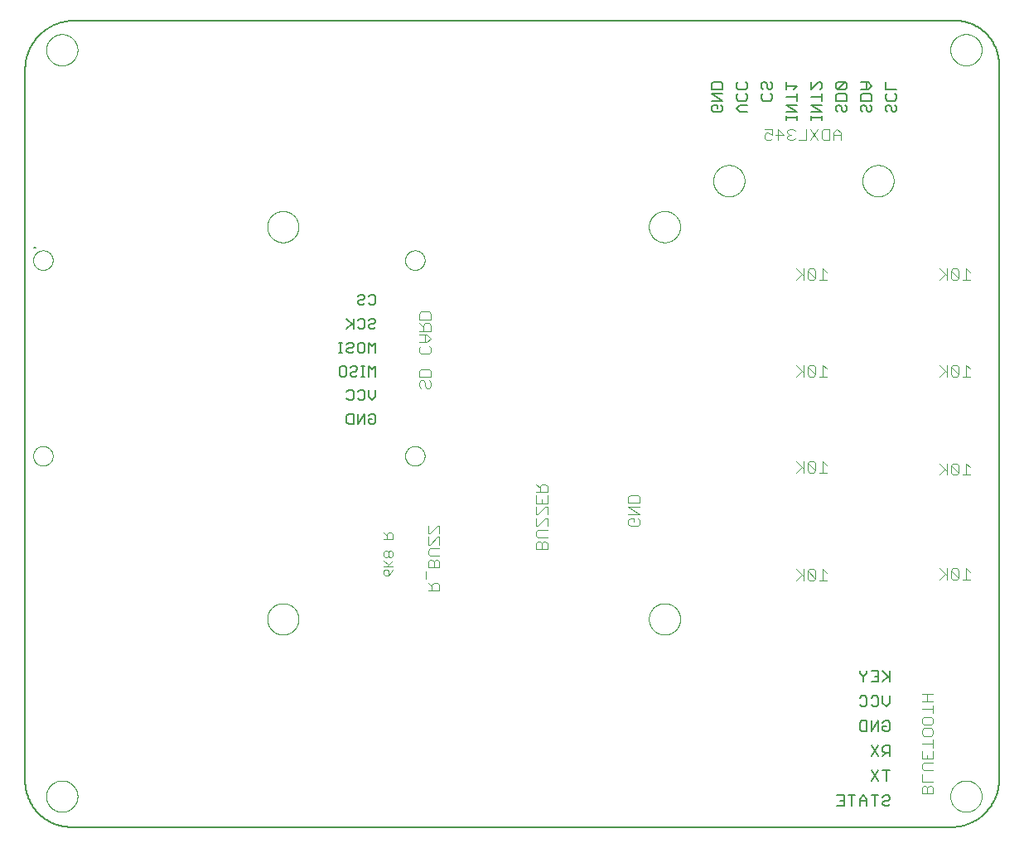
<source format=gbo>
G75*
%MOIN*%
%OFA0B0*%
%FSLAX25Y25*%
%IPPOS*%
%LPD*%
%AMOC8*
5,1,8,0,0,1.08239X$1,22.5*
%
%ADD10C,0.00000*%
%ADD11C,0.00400*%
%ADD12C,0.00800*%
%ADD13C,0.00700*%
%ADD14C,0.00600*%
%ADD15C,0.00300*%
%ADD16C,0.00500*%
D10*
X0021741Y0016918D02*
X0021743Y0017076D01*
X0021749Y0017234D01*
X0021759Y0017392D01*
X0021773Y0017550D01*
X0021791Y0017707D01*
X0021812Y0017864D01*
X0021838Y0018020D01*
X0021868Y0018176D01*
X0021901Y0018331D01*
X0021939Y0018484D01*
X0021980Y0018637D01*
X0022025Y0018789D01*
X0022074Y0018940D01*
X0022127Y0019089D01*
X0022183Y0019237D01*
X0022243Y0019383D01*
X0022307Y0019528D01*
X0022375Y0019671D01*
X0022446Y0019813D01*
X0022520Y0019953D01*
X0022598Y0020090D01*
X0022680Y0020226D01*
X0022764Y0020360D01*
X0022853Y0020491D01*
X0022944Y0020620D01*
X0023039Y0020747D01*
X0023136Y0020872D01*
X0023237Y0020994D01*
X0023341Y0021113D01*
X0023448Y0021230D01*
X0023558Y0021344D01*
X0023671Y0021455D01*
X0023786Y0021564D01*
X0023904Y0021669D01*
X0024025Y0021771D01*
X0024148Y0021871D01*
X0024274Y0021967D01*
X0024402Y0022060D01*
X0024532Y0022150D01*
X0024665Y0022236D01*
X0024800Y0022320D01*
X0024936Y0022399D01*
X0025075Y0022476D01*
X0025216Y0022548D01*
X0025358Y0022618D01*
X0025502Y0022683D01*
X0025648Y0022745D01*
X0025795Y0022803D01*
X0025944Y0022858D01*
X0026094Y0022909D01*
X0026245Y0022956D01*
X0026397Y0022999D01*
X0026550Y0023038D01*
X0026705Y0023074D01*
X0026860Y0023105D01*
X0027016Y0023133D01*
X0027172Y0023157D01*
X0027329Y0023177D01*
X0027487Y0023193D01*
X0027644Y0023205D01*
X0027803Y0023213D01*
X0027961Y0023217D01*
X0028119Y0023217D01*
X0028277Y0023213D01*
X0028436Y0023205D01*
X0028593Y0023193D01*
X0028751Y0023177D01*
X0028908Y0023157D01*
X0029064Y0023133D01*
X0029220Y0023105D01*
X0029375Y0023074D01*
X0029530Y0023038D01*
X0029683Y0022999D01*
X0029835Y0022956D01*
X0029986Y0022909D01*
X0030136Y0022858D01*
X0030285Y0022803D01*
X0030432Y0022745D01*
X0030578Y0022683D01*
X0030722Y0022618D01*
X0030864Y0022548D01*
X0031005Y0022476D01*
X0031144Y0022399D01*
X0031280Y0022320D01*
X0031415Y0022236D01*
X0031548Y0022150D01*
X0031678Y0022060D01*
X0031806Y0021967D01*
X0031932Y0021871D01*
X0032055Y0021771D01*
X0032176Y0021669D01*
X0032294Y0021564D01*
X0032409Y0021455D01*
X0032522Y0021344D01*
X0032632Y0021230D01*
X0032739Y0021113D01*
X0032843Y0020994D01*
X0032944Y0020872D01*
X0033041Y0020747D01*
X0033136Y0020620D01*
X0033227Y0020491D01*
X0033316Y0020360D01*
X0033400Y0020226D01*
X0033482Y0020090D01*
X0033560Y0019953D01*
X0033634Y0019813D01*
X0033705Y0019671D01*
X0033773Y0019528D01*
X0033837Y0019383D01*
X0033897Y0019237D01*
X0033953Y0019089D01*
X0034006Y0018940D01*
X0034055Y0018789D01*
X0034100Y0018637D01*
X0034141Y0018484D01*
X0034179Y0018331D01*
X0034212Y0018176D01*
X0034242Y0018020D01*
X0034268Y0017864D01*
X0034289Y0017707D01*
X0034307Y0017550D01*
X0034321Y0017392D01*
X0034331Y0017234D01*
X0034337Y0017076D01*
X0034339Y0016918D01*
X0034337Y0016760D01*
X0034331Y0016602D01*
X0034321Y0016444D01*
X0034307Y0016286D01*
X0034289Y0016129D01*
X0034268Y0015972D01*
X0034242Y0015816D01*
X0034212Y0015660D01*
X0034179Y0015505D01*
X0034141Y0015352D01*
X0034100Y0015199D01*
X0034055Y0015047D01*
X0034006Y0014896D01*
X0033953Y0014747D01*
X0033897Y0014599D01*
X0033837Y0014453D01*
X0033773Y0014308D01*
X0033705Y0014165D01*
X0033634Y0014023D01*
X0033560Y0013883D01*
X0033482Y0013746D01*
X0033400Y0013610D01*
X0033316Y0013476D01*
X0033227Y0013345D01*
X0033136Y0013216D01*
X0033041Y0013089D01*
X0032944Y0012964D01*
X0032843Y0012842D01*
X0032739Y0012723D01*
X0032632Y0012606D01*
X0032522Y0012492D01*
X0032409Y0012381D01*
X0032294Y0012272D01*
X0032176Y0012167D01*
X0032055Y0012065D01*
X0031932Y0011965D01*
X0031806Y0011869D01*
X0031678Y0011776D01*
X0031548Y0011686D01*
X0031415Y0011600D01*
X0031280Y0011516D01*
X0031144Y0011437D01*
X0031005Y0011360D01*
X0030864Y0011288D01*
X0030722Y0011218D01*
X0030578Y0011153D01*
X0030432Y0011091D01*
X0030285Y0011033D01*
X0030136Y0010978D01*
X0029986Y0010927D01*
X0029835Y0010880D01*
X0029683Y0010837D01*
X0029530Y0010798D01*
X0029375Y0010762D01*
X0029220Y0010731D01*
X0029064Y0010703D01*
X0028908Y0010679D01*
X0028751Y0010659D01*
X0028593Y0010643D01*
X0028436Y0010631D01*
X0028277Y0010623D01*
X0028119Y0010619D01*
X0027961Y0010619D01*
X0027803Y0010623D01*
X0027644Y0010631D01*
X0027487Y0010643D01*
X0027329Y0010659D01*
X0027172Y0010679D01*
X0027016Y0010703D01*
X0026860Y0010731D01*
X0026705Y0010762D01*
X0026550Y0010798D01*
X0026397Y0010837D01*
X0026245Y0010880D01*
X0026094Y0010927D01*
X0025944Y0010978D01*
X0025795Y0011033D01*
X0025648Y0011091D01*
X0025502Y0011153D01*
X0025358Y0011218D01*
X0025216Y0011288D01*
X0025075Y0011360D01*
X0024936Y0011437D01*
X0024800Y0011516D01*
X0024665Y0011600D01*
X0024532Y0011686D01*
X0024402Y0011776D01*
X0024274Y0011869D01*
X0024148Y0011965D01*
X0024025Y0012065D01*
X0023904Y0012167D01*
X0023786Y0012272D01*
X0023671Y0012381D01*
X0023558Y0012492D01*
X0023448Y0012606D01*
X0023341Y0012723D01*
X0023237Y0012842D01*
X0023136Y0012964D01*
X0023039Y0013089D01*
X0022944Y0013216D01*
X0022853Y0013345D01*
X0022764Y0013476D01*
X0022680Y0013610D01*
X0022598Y0013746D01*
X0022520Y0013883D01*
X0022446Y0014023D01*
X0022375Y0014165D01*
X0022307Y0014308D01*
X0022243Y0014453D01*
X0022183Y0014599D01*
X0022127Y0014747D01*
X0022074Y0014896D01*
X0022025Y0015047D01*
X0021980Y0015199D01*
X0021939Y0015352D01*
X0021901Y0015505D01*
X0021868Y0015660D01*
X0021838Y0015816D01*
X0021812Y0015972D01*
X0021791Y0016129D01*
X0021773Y0016286D01*
X0021759Y0016444D01*
X0021749Y0016602D01*
X0021743Y0016760D01*
X0021741Y0016918D01*
X0110668Y0088267D02*
X0110670Y0088425D01*
X0110676Y0088583D01*
X0110686Y0088741D01*
X0110700Y0088899D01*
X0110718Y0089056D01*
X0110739Y0089213D01*
X0110765Y0089369D01*
X0110795Y0089525D01*
X0110828Y0089680D01*
X0110866Y0089833D01*
X0110907Y0089986D01*
X0110952Y0090138D01*
X0111001Y0090289D01*
X0111054Y0090438D01*
X0111110Y0090586D01*
X0111170Y0090732D01*
X0111234Y0090877D01*
X0111302Y0091020D01*
X0111373Y0091162D01*
X0111447Y0091302D01*
X0111525Y0091439D01*
X0111607Y0091575D01*
X0111691Y0091709D01*
X0111780Y0091840D01*
X0111871Y0091969D01*
X0111966Y0092096D01*
X0112063Y0092221D01*
X0112164Y0092343D01*
X0112268Y0092462D01*
X0112375Y0092579D01*
X0112485Y0092693D01*
X0112598Y0092804D01*
X0112713Y0092913D01*
X0112831Y0093018D01*
X0112952Y0093120D01*
X0113075Y0093220D01*
X0113201Y0093316D01*
X0113329Y0093409D01*
X0113459Y0093499D01*
X0113592Y0093585D01*
X0113727Y0093669D01*
X0113863Y0093748D01*
X0114002Y0093825D01*
X0114143Y0093897D01*
X0114285Y0093967D01*
X0114429Y0094032D01*
X0114575Y0094094D01*
X0114722Y0094152D01*
X0114871Y0094207D01*
X0115021Y0094258D01*
X0115172Y0094305D01*
X0115324Y0094348D01*
X0115477Y0094387D01*
X0115632Y0094423D01*
X0115787Y0094454D01*
X0115943Y0094482D01*
X0116099Y0094506D01*
X0116256Y0094526D01*
X0116414Y0094542D01*
X0116571Y0094554D01*
X0116730Y0094562D01*
X0116888Y0094566D01*
X0117046Y0094566D01*
X0117204Y0094562D01*
X0117363Y0094554D01*
X0117520Y0094542D01*
X0117678Y0094526D01*
X0117835Y0094506D01*
X0117991Y0094482D01*
X0118147Y0094454D01*
X0118302Y0094423D01*
X0118457Y0094387D01*
X0118610Y0094348D01*
X0118762Y0094305D01*
X0118913Y0094258D01*
X0119063Y0094207D01*
X0119212Y0094152D01*
X0119359Y0094094D01*
X0119505Y0094032D01*
X0119649Y0093967D01*
X0119791Y0093897D01*
X0119932Y0093825D01*
X0120071Y0093748D01*
X0120207Y0093669D01*
X0120342Y0093585D01*
X0120475Y0093499D01*
X0120605Y0093409D01*
X0120733Y0093316D01*
X0120859Y0093220D01*
X0120982Y0093120D01*
X0121103Y0093018D01*
X0121221Y0092913D01*
X0121336Y0092804D01*
X0121449Y0092693D01*
X0121559Y0092579D01*
X0121666Y0092462D01*
X0121770Y0092343D01*
X0121871Y0092221D01*
X0121968Y0092096D01*
X0122063Y0091969D01*
X0122154Y0091840D01*
X0122243Y0091709D01*
X0122327Y0091575D01*
X0122409Y0091439D01*
X0122487Y0091302D01*
X0122561Y0091162D01*
X0122632Y0091020D01*
X0122700Y0090877D01*
X0122764Y0090732D01*
X0122824Y0090586D01*
X0122880Y0090438D01*
X0122933Y0090289D01*
X0122982Y0090138D01*
X0123027Y0089986D01*
X0123068Y0089833D01*
X0123106Y0089680D01*
X0123139Y0089525D01*
X0123169Y0089369D01*
X0123195Y0089213D01*
X0123216Y0089056D01*
X0123234Y0088899D01*
X0123248Y0088741D01*
X0123258Y0088583D01*
X0123264Y0088425D01*
X0123266Y0088267D01*
X0123264Y0088109D01*
X0123258Y0087951D01*
X0123248Y0087793D01*
X0123234Y0087635D01*
X0123216Y0087478D01*
X0123195Y0087321D01*
X0123169Y0087165D01*
X0123139Y0087009D01*
X0123106Y0086854D01*
X0123068Y0086701D01*
X0123027Y0086548D01*
X0122982Y0086396D01*
X0122933Y0086245D01*
X0122880Y0086096D01*
X0122824Y0085948D01*
X0122764Y0085802D01*
X0122700Y0085657D01*
X0122632Y0085514D01*
X0122561Y0085372D01*
X0122487Y0085232D01*
X0122409Y0085095D01*
X0122327Y0084959D01*
X0122243Y0084825D01*
X0122154Y0084694D01*
X0122063Y0084565D01*
X0121968Y0084438D01*
X0121871Y0084313D01*
X0121770Y0084191D01*
X0121666Y0084072D01*
X0121559Y0083955D01*
X0121449Y0083841D01*
X0121336Y0083730D01*
X0121221Y0083621D01*
X0121103Y0083516D01*
X0120982Y0083414D01*
X0120859Y0083314D01*
X0120733Y0083218D01*
X0120605Y0083125D01*
X0120475Y0083035D01*
X0120342Y0082949D01*
X0120207Y0082865D01*
X0120071Y0082786D01*
X0119932Y0082709D01*
X0119791Y0082637D01*
X0119649Y0082567D01*
X0119505Y0082502D01*
X0119359Y0082440D01*
X0119212Y0082382D01*
X0119063Y0082327D01*
X0118913Y0082276D01*
X0118762Y0082229D01*
X0118610Y0082186D01*
X0118457Y0082147D01*
X0118302Y0082111D01*
X0118147Y0082080D01*
X0117991Y0082052D01*
X0117835Y0082028D01*
X0117678Y0082008D01*
X0117520Y0081992D01*
X0117363Y0081980D01*
X0117204Y0081972D01*
X0117046Y0081968D01*
X0116888Y0081968D01*
X0116730Y0081972D01*
X0116571Y0081980D01*
X0116414Y0081992D01*
X0116256Y0082008D01*
X0116099Y0082028D01*
X0115943Y0082052D01*
X0115787Y0082080D01*
X0115632Y0082111D01*
X0115477Y0082147D01*
X0115324Y0082186D01*
X0115172Y0082229D01*
X0115021Y0082276D01*
X0114871Y0082327D01*
X0114722Y0082382D01*
X0114575Y0082440D01*
X0114429Y0082502D01*
X0114285Y0082567D01*
X0114143Y0082637D01*
X0114002Y0082709D01*
X0113863Y0082786D01*
X0113727Y0082865D01*
X0113592Y0082949D01*
X0113459Y0083035D01*
X0113329Y0083125D01*
X0113201Y0083218D01*
X0113075Y0083314D01*
X0112952Y0083414D01*
X0112831Y0083516D01*
X0112713Y0083621D01*
X0112598Y0083730D01*
X0112485Y0083841D01*
X0112375Y0083955D01*
X0112268Y0084072D01*
X0112164Y0084191D01*
X0112063Y0084313D01*
X0111966Y0084438D01*
X0111871Y0084565D01*
X0111780Y0084694D01*
X0111691Y0084825D01*
X0111607Y0084959D01*
X0111525Y0085095D01*
X0111447Y0085232D01*
X0111373Y0085372D01*
X0111302Y0085514D01*
X0111234Y0085657D01*
X0111170Y0085802D01*
X0111110Y0085948D01*
X0111054Y0086096D01*
X0111001Y0086245D01*
X0110952Y0086396D01*
X0110907Y0086548D01*
X0110866Y0086701D01*
X0110828Y0086854D01*
X0110795Y0087009D01*
X0110765Y0087165D01*
X0110739Y0087321D01*
X0110718Y0087478D01*
X0110700Y0087635D01*
X0110686Y0087793D01*
X0110676Y0087951D01*
X0110670Y0088109D01*
X0110668Y0088267D01*
X0166159Y0153902D02*
X0166161Y0154027D01*
X0166167Y0154152D01*
X0166177Y0154276D01*
X0166191Y0154400D01*
X0166208Y0154524D01*
X0166230Y0154647D01*
X0166256Y0154769D01*
X0166285Y0154891D01*
X0166318Y0155011D01*
X0166356Y0155130D01*
X0166396Y0155249D01*
X0166441Y0155365D01*
X0166489Y0155480D01*
X0166541Y0155594D01*
X0166597Y0155706D01*
X0166656Y0155816D01*
X0166718Y0155924D01*
X0166784Y0156031D01*
X0166853Y0156135D01*
X0166926Y0156236D01*
X0167001Y0156336D01*
X0167080Y0156433D01*
X0167162Y0156527D01*
X0167247Y0156619D01*
X0167334Y0156708D01*
X0167425Y0156794D01*
X0167518Y0156877D01*
X0167614Y0156958D01*
X0167712Y0157035D01*
X0167812Y0157109D01*
X0167915Y0157180D01*
X0168020Y0157247D01*
X0168128Y0157312D01*
X0168237Y0157372D01*
X0168348Y0157430D01*
X0168461Y0157483D01*
X0168575Y0157533D01*
X0168691Y0157580D01*
X0168808Y0157622D01*
X0168927Y0157661D01*
X0169047Y0157697D01*
X0169168Y0157728D01*
X0169290Y0157756D01*
X0169412Y0157779D01*
X0169536Y0157799D01*
X0169660Y0157815D01*
X0169784Y0157827D01*
X0169909Y0157835D01*
X0170034Y0157839D01*
X0170158Y0157839D01*
X0170283Y0157835D01*
X0170408Y0157827D01*
X0170532Y0157815D01*
X0170656Y0157799D01*
X0170780Y0157779D01*
X0170902Y0157756D01*
X0171024Y0157728D01*
X0171145Y0157697D01*
X0171265Y0157661D01*
X0171384Y0157622D01*
X0171501Y0157580D01*
X0171617Y0157533D01*
X0171731Y0157483D01*
X0171844Y0157430D01*
X0171955Y0157372D01*
X0172065Y0157312D01*
X0172172Y0157247D01*
X0172277Y0157180D01*
X0172380Y0157109D01*
X0172480Y0157035D01*
X0172578Y0156958D01*
X0172674Y0156877D01*
X0172767Y0156794D01*
X0172858Y0156708D01*
X0172945Y0156619D01*
X0173030Y0156527D01*
X0173112Y0156433D01*
X0173191Y0156336D01*
X0173266Y0156236D01*
X0173339Y0156135D01*
X0173408Y0156031D01*
X0173474Y0155924D01*
X0173536Y0155816D01*
X0173595Y0155706D01*
X0173651Y0155594D01*
X0173703Y0155480D01*
X0173751Y0155365D01*
X0173796Y0155249D01*
X0173836Y0155130D01*
X0173874Y0155011D01*
X0173907Y0154891D01*
X0173936Y0154769D01*
X0173962Y0154647D01*
X0173984Y0154524D01*
X0174001Y0154400D01*
X0174015Y0154276D01*
X0174025Y0154152D01*
X0174031Y0154027D01*
X0174033Y0153902D01*
X0174031Y0153777D01*
X0174025Y0153652D01*
X0174015Y0153528D01*
X0174001Y0153404D01*
X0173984Y0153280D01*
X0173962Y0153157D01*
X0173936Y0153035D01*
X0173907Y0152913D01*
X0173874Y0152793D01*
X0173836Y0152674D01*
X0173796Y0152555D01*
X0173751Y0152439D01*
X0173703Y0152324D01*
X0173651Y0152210D01*
X0173595Y0152098D01*
X0173536Y0151988D01*
X0173474Y0151880D01*
X0173408Y0151773D01*
X0173339Y0151669D01*
X0173266Y0151568D01*
X0173191Y0151468D01*
X0173112Y0151371D01*
X0173030Y0151277D01*
X0172945Y0151185D01*
X0172858Y0151096D01*
X0172767Y0151010D01*
X0172674Y0150927D01*
X0172578Y0150846D01*
X0172480Y0150769D01*
X0172380Y0150695D01*
X0172277Y0150624D01*
X0172172Y0150557D01*
X0172064Y0150492D01*
X0171955Y0150432D01*
X0171844Y0150374D01*
X0171731Y0150321D01*
X0171617Y0150271D01*
X0171501Y0150224D01*
X0171384Y0150182D01*
X0171265Y0150143D01*
X0171145Y0150107D01*
X0171024Y0150076D01*
X0170902Y0150048D01*
X0170780Y0150025D01*
X0170656Y0150005D01*
X0170532Y0149989D01*
X0170408Y0149977D01*
X0170283Y0149969D01*
X0170158Y0149965D01*
X0170034Y0149965D01*
X0169909Y0149969D01*
X0169784Y0149977D01*
X0169660Y0149989D01*
X0169536Y0150005D01*
X0169412Y0150025D01*
X0169290Y0150048D01*
X0169168Y0150076D01*
X0169047Y0150107D01*
X0168927Y0150143D01*
X0168808Y0150182D01*
X0168691Y0150224D01*
X0168575Y0150271D01*
X0168461Y0150321D01*
X0168348Y0150374D01*
X0168237Y0150432D01*
X0168127Y0150492D01*
X0168020Y0150557D01*
X0167915Y0150624D01*
X0167812Y0150695D01*
X0167712Y0150769D01*
X0167614Y0150846D01*
X0167518Y0150927D01*
X0167425Y0151010D01*
X0167334Y0151096D01*
X0167247Y0151185D01*
X0167162Y0151277D01*
X0167080Y0151371D01*
X0167001Y0151468D01*
X0166926Y0151568D01*
X0166853Y0151669D01*
X0166784Y0151773D01*
X0166718Y0151880D01*
X0166656Y0151988D01*
X0166597Y0152098D01*
X0166541Y0152210D01*
X0166489Y0152324D01*
X0166441Y0152439D01*
X0166396Y0152555D01*
X0166356Y0152674D01*
X0166318Y0152793D01*
X0166285Y0152913D01*
X0166256Y0153035D01*
X0166230Y0153157D01*
X0166208Y0153280D01*
X0166191Y0153404D01*
X0166177Y0153528D01*
X0166167Y0153652D01*
X0166161Y0153777D01*
X0166159Y0153902D01*
X0166159Y0232670D02*
X0166161Y0232795D01*
X0166167Y0232920D01*
X0166177Y0233044D01*
X0166191Y0233168D01*
X0166208Y0233292D01*
X0166230Y0233415D01*
X0166256Y0233537D01*
X0166285Y0233659D01*
X0166318Y0233779D01*
X0166356Y0233898D01*
X0166396Y0234017D01*
X0166441Y0234133D01*
X0166489Y0234248D01*
X0166541Y0234362D01*
X0166597Y0234474D01*
X0166656Y0234584D01*
X0166718Y0234692D01*
X0166784Y0234799D01*
X0166853Y0234903D01*
X0166926Y0235004D01*
X0167001Y0235104D01*
X0167080Y0235201D01*
X0167162Y0235295D01*
X0167247Y0235387D01*
X0167334Y0235476D01*
X0167425Y0235562D01*
X0167518Y0235645D01*
X0167614Y0235726D01*
X0167712Y0235803D01*
X0167812Y0235877D01*
X0167915Y0235948D01*
X0168020Y0236015D01*
X0168128Y0236080D01*
X0168237Y0236140D01*
X0168348Y0236198D01*
X0168461Y0236251D01*
X0168575Y0236301D01*
X0168691Y0236348D01*
X0168808Y0236390D01*
X0168927Y0236429D01*
X0169047Y0236465D01*
X0169168Y0236496D01*
X0169290Y0236524D01*
X0169412Y0236547D01*
X0169536Y0236567D01*
X0169660Y0236583D01*
X0169784Y0236595D01*
X0169909Y0236603D01*
X0170034Y0236607D01*
X0170158Y0236607D01*
X0170283Y0236603D01*
X0170408Y0236595D01*
X0170532Y0236583D01*
X0170656Y0236567D01*
X0170780Y0236547D01*
X0170902Y0236524D01*
X0171024Y0236496D01*
X0171145Y0236465D01*
X0171265Y0236429D01*
X0171384Y0236390D01*
X0171501Y0236348D01*
X0171617Y0236301D01*
X0171731Y0236251D01*
X0171844Y0236198D01*
X0171955Y0236140D01*
X0172065Y0236080D01*
X0172172Y0236015D01*
X0172277Y0235948D01*
X0172380Y0235877D01*
X0172480Y0235803D01*
X0172578Y0235726D01*
X0172674Y0235645D01*
X0172767Y0235562D01*
X0172858Y0235476D01*
X0172945Y0235387D01*
X0173030Y0235295D01*
X0173112Y0235201D01*
X0173191Y0235104D01*
X0173266Y0235004D01*
X0173339Y0234903D01*
X0173408Y0234799D01*
X0173474Y0234692D01*
X0173536Y0234584D01*
X0173595Y0234474D01*
X0173651Y0234362D01*
X0173703Y0234248D01*
X0173751Y0234133D01*
X0173796Y0234017D01*
X0173836Y0233898D01*
X0173874Y0233779D01*
X0173907Y0233659D01*
X0173936Y0233537D01*
X0173962Y0233415D01*
X0173984Y0233292D01*
X0174001Y0233168D01*
X0174015Y0233044D01*
X0174025Y0232920D01*
X0174031Y0232795D01*
X0174033Y0232670D01*
X0174031Y0232545D01*
X0174025Y0232420D01*
X0174015Y0232296D01*
X0174001Y0232172D01*
X0173984Y0232048D01*
X0173962Y0231925D01*
X0173936Y0231803D01*
X0173907Y0231681D01*
X0173874Y0231561D01*
X0173836Y0231442D01*
X0173796Y0231323D01*
X0173751Y0231207D01*
X0173703Y0231092D01*
X0173651Y0230978D01*
X0173595Y0230866D01*
X0173536Y0230756D01*
X0173474Y0230648D01*
X0173408Y0230541D01*
X0173339Y0230437D01*
X0173266Y0230336D01*
X0173191Y0230236D01*
X0173112Y0230139D01*
X0173030Y0230045D01*
X0172945Y0229953D01*
X0172858Y0229864D01*
X0172767Y0229778D01*
X0172674Y0229695D01*
X0172578Y0229614D01*
X0172480Y0229537D01*
X0172380Y0229463D01*
X0172277Y0229392D01*
X0172172Y0229325D01*
X0172064Y0229260D01*
X0171955Y0229200D01*
X0171844Y0229142D01*
X0171731Y0229089D01*
X0171617Y0229039D01*
X0171501Y0228992D01*
X0171384Y0228950D01*
X0171265Y0228911D01*
X0171145Y0228875D01*
X0171024Y0228844D01*
X0170902Y0228816D01*
X0170780Y0228793D01*
X0170656Y0228773D01*
X0170532Y0228757D01*
X0170408Y0228745D01*
X0170283Y0228737D01*
X0170158Y0228733D01*
X0170034Y0228733D01*
X0169909Y0228737D01*
X0169784Y0228745D01*
X0169660Y0228757D01*
X0169536Y0228773D01*
X0169412Y0228793D01*
X0169290Y0228816D01*
X0169168Y0228844D01*
X0169047Y0228875D01*
X0168927Y0228911D01*
X0168808Y0228950D01*
X0168691Y0228992D01*
X0168575Y0229039D01*
X0168461Y0229089D01*
X0168348Y0229142D01*
X0168237Y0229200D01*
X0168127Y0229260D01*
X0168020Y0229325D01*
X0167915Y0229392D01*
X0167812Y0229463D01*
X0167712Y0229537D01*
X0167614Y0229614D01*
X0167518Y0229695D01*
X0167425Y0229778D01*
X0167334Y0229864D01*
X0167247Y0229953D01*
X0167162Y0230045D01*
X0167080Y0230139D01*
X0167001Y0230236D01*
X0166926Y0230336D01*
X0166853Y0230437D01*
X0166784Y0230541D01*
X0166718Y0230648D01*
X0166656Y0230756D01*
X0166597Y0230866D01*
X0166541Y0230978D01*
X0166489Y0231092D01*
X0166441Y0231207D01*
X0166396Y0231323D01*
X0166356Y0231442D01*
X0166318Y0231561D01*
X0166285Y0231681D01*
X0166256Y0231803D01*
X0166230Y0231925D01*
X0166208Y0232048D01*
X0166191Y0232172D01*
X0166177Y0232296D01*
X0166167Y0232420D01*
X0166161Y0232545D01*
X0166159Y0232670D01*
X0110668Y0246148D02*
X0110670Y0246306D01*
X0110676Y0246464D01*
X0110686Y0246622D01*
X0110700Y0246780D01*
X0110718Y0246937D01*
X0110739Y0247094D01*
X0110765Y0247250D01*
X0110795Y0247406D01*
X0110828Y0247561D01*
X0110866Y0247714D01*
X0110907Y0247867D01*
X0110952Y0248019D01*
X0111001Y0248170D01*
X0111054Y0248319D01*
X0111110Y0248467D01*
X0111170Y0248613D01*
X0111234Y0248758D01*
X0111302Y0248901D01*
X0111373Y0249043D01*
X0111447Y0249183D01*
X0111525Y0249320D01*
X0111607Y0249456D01*
X0111691Y0249590D01*
X0111780Y0249721D01*
X0111871Y0249850D01*
X0111966Y0249977D01*
X0112063Y0250102D01*
X0112164Y0250224D01*
X0112268Y0250343D01*
X0112375Y0250460D01*
X0112485Y0250574D01*
X0112598Y0250685D01*
X0112713Y0250794D01*
X0112831Y0250899D01*
X0112952Y0251001D01*
X0113075Y0251101D01*
X0113201Y0251197D01*
X0113329Y0251290D01*
X0113459Y0251380D01*
X0113592Y0251466D01*
X0113727Y0251550D01*
X0113863Y0251629D01*
X0114002Y0251706D01*
X0114143Y0251778D01*
X0114285Y0251848D01*
X0114429Y0251913D01*
X0114575Y0251975D01*
X0114722Y0252033D01*
X0114871Y0252088D01*
X0115021Y0252139D01*
X0115172Y0252186D01*
X0115324Y0252229D01*
X0115477Y0252268D01*
X0115632Y0252304D01*
X0115787Y0252335D01*
X0115943Y0252363D01*
X0116099Y0252387D01*
X0116256Y0252407D01*
X0116414Y0252423D01*
X0116571Y0252435D01*
X0116730Y0252443D01*
X0116888Y0252447D01*
X0117046Y0252447D01*
X0117204Y0252443D01*
X0117363Y0252435D01*
X0117520Y0252423D01*
X0117678Y0252407D01*
X0117835Y0252387D01*
X0117991Y0252363D01*
X0118147Y0252335D01*
X0118302Y0252304D01*
X0118457Y0252268D01*
X0118610Y0252229D01*
X0118762Y0252186D01*
X0118913Y0252139D01*
X0119063Y0252088D01*
X0119212Y0252033D01*
X0119359Y0251975D01*
X0119505Y0251913D01*
X0119649Y0251848D01*
X0119791Y0251778D01*
X0119932Y0251706D01*
X0120071Y0251629D01*
X0120207Y0251550D01*
X0120342Y0251466D01*
X0120475Y0251380D01*
X0120605Y0251290D01*
X0120733Y0251197D01*
X0120859Y0251101D01*
X0120982Y0251001D01*
X0121103Y0250899D01*
X0121221Y0250794D01*
X0121336Y0250685D01*
X0121449Y0250574D01*
X0121559Y0250460D01*
X0121666Y0250343D01*
X0121770Y0250224D01*
X0121871Y0250102D01*
X0121968Y0249977D01*
X0122063Y0249850D01*
X0122154Y0249721D01*
X0122243Y0249590D01*
X0122327Y0249456D01*
X0122409Y0249320D01*
X0122487Y0249183D01*
X0122561Y0249043D01*
X0122632Y0248901D01*
X0122700Y0248758D01*
X0122764Y0248613D01*
X0122824Y0248467D01*
X0122880Y0248319D01*
X0122933Y0248170D01*
X0122982Y0248019D01*
X0123027Y0247867D01*
X0123068Y0247714D01*
X0123106Y0247561D01*
X0123139Y0247406D01*
X0123169Y0247250D01*
X0123195Y0247094D01*
X0123216Y0246937D01*
X0123234Y0246780D01*
X0123248Y0246622D01*
X0123258Y0246464D01*
X0123264Y0246306D01*
X0123266Y0246148D01*
X0123264Y0245990D01*
X0123258Y0245832D01*
X0123248Y0245674D01*
X0123234Y0245516D01*
X0123216Y0245359D01*
X0123195Y0245202D01*
X0123169Y0245046D01*
X0123139Y0244890D01*
X0123106Y0244735D01*
X0123068Y0244582D01*
X0123027Y0244429D01*
X0122982Y0244277D01*
X0122933Y0244126D01*
X0122880Y0243977D01*
X0122824Y0243829D01*
X0122764Y0243683D01*
X0122700Y0243538D01*
X0122632Y0243395D01*
X0122561Y0243253D01*
X0122487Y0243113D01*
X0122409Y0242976D01*
X0122327Y0242840D01*
X0122243Y0242706D01*
X0122154Y0242575D01*
X0122063Y0242446D01*
X0121968Y0242319D01*
X0121871Y0242194D01*
X0121770Y0242072D01*
X0121666Y0241953D01*
X0121559Y0241836D01*
X0121449Y0241722D01*
X0121336Y0241611D01*
X0121221Y0241502D01*
X0121103Y0241397D01*
X0120982Y0241295D01*
X0120859Y0241195D01*
X0120733Y0241099D01*
X0120605Y0241006D01*
X0120475Y0240916D01*
X0120342Y0240830D01*
X0120207Y0240746D01*
X0120071Y0240667D01*
X0119932Y0240590D01*
X0119791Y0240518D01*
X0119649Y0240448D01*
X0119505Y0240383D01*
X0119359Y0240321D01*
X0119212Y0240263D01*
X0119063Y0240208D01*
X0118913Y0240157D01*
X0118762Y0240110D01*
X0118610Y0240067D01*
X0118457Y0240028D01*
X0118302Y0239992D01*
X0118147Y0239961D01*
X0117991Y0239933D01*
X0117835Y0239909D01*
X0117678Y0239889D01*
X0117520Y0239873D01*
X0117363Y0239861D01*
X0117204Y0239853D01*
X0117046Y0239849D01*
X0116888Y0239849D01*
X0116730Y0239853D01*
X0116571Y0239861D01*
X0116414Y0239873D01*
X0116256Y0239889D01*
X0116099Y0239909D01*
X0115943Y0239933D01*
X0115787Y0239961D01*
X0115632Y0239992D01*
X0115477Y0240028D01*
X0115324Y0240067D01*
X0115172Y0240110D01*
X0115021Y0240157D01*
X0114871Y0240208D01*
X0114722Y0240263D01*
X0114575Y0240321D01*
X0114429Y0240383D01*
X0114285Y0240448D01*
X0114143Y0240518D01*
X0114002Y0240590D01*
X0113863Y0240667D01*
X0113727Y0240746D01*
X0113592Y0240830D01*
X0113459Y0240916D01*
X0113329Y0241006D01*
X0113201Y0241099D01*
X0113075Y0241195D01*
X0112952Y0241295D01*
X0112831Y0241397D01*
X0112713Y0241502D01*
X0112598Y0241611D01*
X0112485Y0241722D01*
X0112375Y0241836D01*
X0112268Y0241953D01*
X0112164Y0242072D01*
X0112063Y0242194D01*
X0111966Y0242319D01*
X0111871Y0242446D01*
X0111780Y0242575D01*
X0111691Y0242706D01*
X0111607Y0242840D01*
X0111525Y0242976D01*
X0111447Y0243113D01*
X0111373Y0243253D01*
X0111302Y0243395D01*
X0111234Y0243538D01*
X0111170Y0243683D01*
X0111110Y0243829D01*
X0111054Y0243977D01*
X0111001Y0244126D01*
X0110952Y0244277D01*
X0110907Y0244429D01*
X0110866Y0244582D01*
X0110828Y0244735D01*
X0110795Y0244890D01*
X0110765Y0245046D01*
X0110739Y0245202D01*
X0110718Y0245359D01*
X0110700Y0245516D01*
X0110686Y0245674D01*
X0110676Y0245832D01*
X0110670Y0245990D01*
X0110668Y0246148D01*
X0021741Y0317342D02*
X0021743Y0317500D01*
X0021749Y0317658D01*
X0021759Y0317816D01*
X0021773Y0317974D01*
X0021791Y0318131D01*
X0021812Y0318288D01*
X0021838Y0318444D01*
X0021868Y0318600D01*
X0021901Y0318755D01*
X0021939Y0318908D01*
X0021980Y0319061D01*
X0022025Y0319213D01*
X0022074Y0319364D01*
X0022127Y0319513D01*
X0022183Y0319661D01*
X0022243Y0319807D01*
X0022307Y0319952D01*
X0022375Y0320095D01*
X0022446Y0320237D01*
X0022520Y0320377D01*
X0022598Y0320514D01*
X0022680Y0320650D01*
X0022764Y0320784D01*
X0022853Y0320915D01*
X0022944Y0321044D01*
X0023039Y0321171D01*
X0023136Y0321296D01*
X0023237Y0321418D01*
X0023341Y0321537D01*
X0023448Y0321654D01*
X0023558Y0321768D01*
X0023671Y0321879D01*
X0023786Y0321988D01*
X0023904Y0322093D01*
X0024025Y0322195D01*
X0024148Y0322295D01*
X0024274Y0322391D01*
X0024402Y0322484D01*
X0024532Y0322574D01*
X0024665Y0322660D01*
X0024800Y0322744D01*
X0024936Y0322823D01*
X0025075Y0322900D01*
X0025216Y0322972D01*
X0025358Y0323042D01*
X0025502Y0323107D01*
X0025648Y0323169D01*
X0025795Y0323227D01*
X0025944Y0323282D01*
X0026094Y0323333D01*
X0026245Y0323380D01*
X0026397Y0323423D01*
X0026550Y0323462D01*
X0026705Y0323498D01*
X0026860Y0323529D01*
X0027016Y0323557D01*
X0027172Y0323581D01*
X0027329Y0323601D01*
X0027487Y0323617D01*
X0027644Y0323629D01*
X0027803Y0323637D01*
X0027961Y0323641D01*
X0028119Y0323641D01*
X0028277Y0323637D01*
X0028436Y0323629D01*
X0028593Y0323617D01*
X0028751Y0323601D01*
X0028908Y0323581D01*
X0029064Y0323557D01*
X0029220Y0323529D01*
X0029375Y0323498D01*
X0029530Y0323462D01*
X0029683Y0323423D01*
X0029835Y0323380D01*
X0029986Y0323333D01*
X0030136Y0323282D01*
X0030285Y0323227D01*
X0030432Y0323169D01*
X0030578Y0323107D01*
X0030722Y0323042D01*
X0030864Y0322972D01*
X0031005Y0322900D01*
X0031144Y0322823D01*
X0031280Y0322744D01*
X0031415Y0322660D01*
X0031548Y0322574D01*
X0031678Y0322484D01*
X0031806Y0322391D01*
X0031932Y0322295D01*
X0032055Y0322195D01*
X0032176Y0322093D01*
X0032294Y0321988D01*
X0032409Y0321879D01*
X0032522Y0321768D01*
X0032632Y0321654D01*
X0032739Y0321537D01*
X0032843Y0321418D01*
X0032944Y0321296D01*
X0033041Y0321171D01*
X0033136Y0321044D01*
X0033227Y0320915D01*
X0033316Y0320784D01*
X0033400Y0320650D01*
X0033482Y0320514D01*
X0033560Y0320377D01*
X0033634Y0320237D01*
X0033705Y0320095D01*
X0033773Y0319952D01*
X0033837Y0319807D01*
X0033897Y0319661D01*
X0033953Y0319513D01*
X0034006Y0319364D01*
X0034055Y0319213D01*
X0034100Y0319061D01*
X0034141Y0318908D01*
X0034179Y0318755D01*
X0034212Y0318600D01*
X0034242Y0318444D01*
X0034268Y0318288D01*
X0034289Y0318131D01*
X0034307Y0317974D01*
X0034321Y0317816D01*
X0034331Y0317658D01*
X0034337Y0317500D01*
X0034339Y0317342D01*
X0034337Y0317184D01*
X0034331Y0317026D01*
X0034321Y0316868D01*
X0034307Y0316710D01*
X0034289Y0316553D01*
X0034268Y0316396D01*
X0034242Y0316240D01*
X0034212Y0316084D01*
X0034179Y0315929D01*
X0034141Y0315776D01*
X0034100Y0315623D01*
X0034055Y0315471D01*
X0034006Y0315320D01*
X0033953Y0315171D01*
X0033897Y0315023D01*
X0033837Y0314877D01*
X0033773Y0314732D01*
X0033705Y0314589D01*
X0033634Y0314447D01*
X0033560Y0314307D01*
X0033482Y0314170D01*
X0033400Y0314034D01*
X0033316Y0313900D01*
X0033227Y0313769D01*
X0033136Y0313640D01*
X0033041Y0313513D01*
X0032944Y0313388D01*
X0032843Y0313266D01*
X0032739Y0313147D01*
X0032632Y0313030D01*
X0032522Y0312916D01*
X0032409Y0312805D01*
X0032294Y0312696D01*
X0032176Y0312591D01*
X0032055Y0312489D01*
X0031932Y0312389D01*
X0031806Y0312293D01*
X0031678Y0312200D01*
X0031548Y0312110D01*
X0031415Y0312024D01*
X0031280Y0311940D01*
X0031144Y0311861D01*
X0031005Y0311784D01*
X0030864Y0311712D01*
X0030722Y0311642D01*
X0030578Y0311577D01*
X0030432Y0311515D01*
X0030285Y0311457D01*
X0030136Y0311402D01*
X0029986Y0311351D01*
X0029835Y0311304D01*
X0029683Y0311261D01*
X0029530Y0311222D01*
X0029375Y0311186D01*
X0029220Y0311155D01*
X0029064Y0311127D01*
X0028908Y0311103D01*
X0028751Y0311083D01*
X0028593Y0311067D01*
X0028436Y0311055D01*
X0028277Y0311047D01*
X0028119Y0311043D01*
X0027961Y0311043D01*
X0027803Y0311047D01*
X0027644Y0311055D01*
X0027487Y0311067D01*
X0027329Y0311083D01*
X0027172Y0311103D01*
X0027016Y0311127D01*
X0026860Y0311155D01*
X0026705Y0311186D01*
X0026550Y0311222D01*
X0026397Y0311261D01*
X0026245Y0311304D01*
X0026094Y0311351D01*
X0025944Y0311402D01*
X0025795Y0311457D01*
X0025648Y0311515D01*
X0025502Y0311577D01*
X0025358Y0311642D01*
X0025216Y0311712D01*
X0025075Y0311784D01*
X0024936Y0311861D01*
X0024800Y0311940D01*
X0024665Y0312024D01*
X0024532Y0312110D01*
X0024402Y0312200D01*
X0024274Y0312293D01*
X0024148Y0312389D01*
X0024025Y0312489D01*
X0023904Y0312591D01*
X0023786Y0312696D01*
X0023671Y0312805D01*
X0023558Y0312916D01*
X0023448Y0313030D01*
X0023341Y0313147D01*
X0023237Y0313266D01*
X0023136Y0313388D01*
X0023039Y0313513D01*
X0022944Y0313640D01*
X0022853Y0313769D01*
X0022764Y0313900D01*
X0022680Y0314034D01*
X0022598Y0314170D01*
X0022520Y0314307D01*
X0022446Y0314447D01*
X0022375Y0314589D01*
X0022307Y0314732D01*
X0022243Y0314877D01*
X0022183Y0315023D01*
X0022127Y0315171D01*
X0022074Y0315320D01*
X0022025Y0315471D01*
X0021980Y0315623D01*
X0021939Y0315776D01*
X0021901Y0315929D01*
X0021868Y0316084D01*
X0021838Y0316240D01*
X0021812Y0316396D01*
X0021791Y0316553D01*
X0021773Y0316710D01*
X0021759Y0316868D01*
X0021749Y0317026D01*
X0021743Y0317184D01*
X0021741Y0317342D01*
X0016500Y0232670D02*
X0016502Y0232795D01*
X0016508Y0232920D01*
X0016518Y0233044D01*
X0016532Y0233168D01*
X0016549Y0233292D01*
X0016571Y0233415D01*
X0016597Y0233537D01*
X0016626Y0233659D01*
X0016659Y0233779D01*
X0016697Y0233898D01*
X0016737Y0234017D01*
X0016782Y0234133D01*
X0016830Y0234248D01*
X0016882Y0234362D01*
X0016938Y0234474D01*
X0016997Y0234584D01*
X0017059Y0234692D01*
X0017125Y0234799D01*
X0017194Y0234903D01*
X0017267Y0235004D01*
X0017342Y0235104D01*
X0017421Y0235201D01*
X0017503Y0235295D01*
X0017588Y0235387D01*
X0017675Y0235476D01*
X0017766Y0235562D01*
X0017859Y0235645D01*
X0017955Y0235726D01*
X0018053Y0235803D01*
X0018153Y0235877D01*
X0018256Y0235948D01*
X0018361Y0236015D01*
X0018469Y0236080D01*
X0018578Y0236140D01*
X0018689Y0236198D01*
X0018802Y0236251D01*
X0018916Y0236301D01*
X0019032Y0236348D01*
X0019149Y0236390D01*
X0019268Y0236429D01*
X0019388Y0236465D01*
X0019509Y0236496D01*
X0019631Y0236524D01*
X0019753Y0236547D01*
X0019877Y0236567D01*
X0020001Y0236583D01*
X0020125Y0236595D01*
X0020250Y0236603D01*
X0020375Y0236607D01*
X0020499Y0236607D01*
X0020624Y0236603D01*
X0020749Y0236595D01*
X0020873Y0236583D01*
X0020997Y0236567D01*
X0021121Y0236547D01*
X0021243Y0236524D01*
X0021365Y0236496D01*
X0021486Y0236465D01*
X0021606Y0236429D01*
X0021725Y0236390D01*
X0021842Y0236348D01*
X0021958Y0236301D01*
X0022072Y0236251D01*
X0022185Y0236198D01*
X0022296Y0236140D01*
X0022406Y0236080D01*
X0022513Y0236015D01*
X0022618Y0235948D01*
X0022721Y0235877D01*
X0022821Y0235803D01*
X0022919Y0235726D01*
X0023015Y0235645D01*
X0023108Y0235562D01*
X0023199Y0235476D01*
X0023286Y0235387D01*
X0023371Y0235295D01*
X0023453Y0235201D01*
X0023532Y0235104D01*
X0023607Y0235004D01*
X0023680Y0234903D01*
X0023749Y0234799D01*
X0023815Y0234692D01*
X0023877Y0234584D01*
X0023936Y0234474D01*
X0023992Y0234362D01*
X0024044Y0234248D01*
X0024092Y0234133D01*
X0024137Y0234017D01*
X0024177Y0233898D01*
X0024215Y0233779D01*
X0024248Y0233659D01*
X0024277Y0233537D01*
X0024303Y0233415D01*
X0024325Y0233292D01*
X0024342Y0233168D01*
X0024356Y0233044D01*
X0024366Y0232920D01*
X0024372Y0232795D01*
X0024374Y0232670D01*
X0024372Y0232545D01*
X0024366Y0232420D01*
X0024356Y0232296D01*
X0024342Y0232172D01*
X0024325Y0232048D01*
X0024303Y0231925D01*
X0024277Y0231803D01*
X0024248Y0231681D01*
X0024215Y0231561D01*
X0024177Y0231442D01*
X0024137Y0231323D01*
X0024092Y0231207D01*
X0024044Y0231092D01*
X0023992Y0230978D01*
X0023936Y0230866D01*
X0023877Y0230756D01*
X0023815Y0230648D01*
X0023749Y0230541D01*
X0023680Y0230437D01*
X0023607Y0230336D01*
X0023532Y0230236D01*
X0023453Y0230139D01*
X0023371Y0230045D01*
X0023286Y0229953D01*
X0023199Y0229864D01*
X0023108Y0229778D01*
X0023015Y0229695D01*
X0022919Y0229614D01*
X0022821Y0229537D01*
X0022721Y0229463D01*
X0022618Y0229392D01*
X0022513Y0229325D01*
X0022405Y0229260D01*
X0022296Y0229200D01*
X0022185Y0229142D01*
X0022072Y0229089D01*
X0021958Y0229039D01*
X0021842Y0228992D01*
X0021725Y0228950D01*
X0021606Y0228911D01*
X0021486Y0228875D01*
X0021365Y0228844D01*
X0021243Y0228816D01*
X0021121Y0228793D01*
X0020997Y0228773D01*
X0020873Y0228757D01*
X0020749Y0228745D01*
X0020624Y0228737D01*
X0020499Y0228733D01*
X0020375Y0228733D01*
X0020250Y0228737D01*
X0020125Y0228745D01*
X0020001Y0228757D01*
X0019877Y0228773D01*
X0019753Y0228793D01*
X0019631Y0228816D01*
X0019509Y0228844D01*
X0019388Y0228875D01*
X0019268Y0228911D01*
X0019149Y0228950D01*
X0019032Y0228992D01*
X0018916Y0229039D01*
X0018802Y0229089D01*
X0018689Y0229142D01*
X0018578Y0229200D01*
X0018468Y0229260D01*
X0018361Y0229325D01*
X0018256Y0229392D01*
X0018153Y0229463D01*
X0018053Y0229537D01*
X0017955Y0229614D01*
X0017859Y0229695D01*
X0017766Y0229778D01*
X0017675Y0229864D01*
X0017588Y0229953D01*
X0017503Y0230045D01*
X0017421Y0230139D01*
X0017342Y0230236D01*
X0017267Y0230336D01*
X0017194Y0230437D01*
X0017125Y0230541D01*
X0017059Y0230648D01*
X0016997Y0230756D01*
X0016938Y0230866D01*
X0016882Y0230978D01*
X0016830Y0231092D01*
X0016782Y0231207D01*
X0016737Y0231323D01*
X0016697Y0231442D01*
X0016659Y0231561D01*
X0016626Y0231681D01*
X0016597Y0231803D01*
X0016571Y0231925D01*
X0016549Y0232048D01*
X0016532Y0232172D01*
X0016518Y0232296D01*
X0016508Y0232420D01*
X0016502Y0232545D01*
X0016500Y0232670D01*
X0016500Y0153902D02*
X0016502Y0154027D01*
X0016508Y0154152D01*
X0016518Y0154276D01*
X0016532Y0154400D01*
X0016549Y0154524D01*
X0016571Y0154647D01*
X0016597Y0154769D01*
X0016626Y0154891D01*
X0016659Y0155011D01*
X0016697Y0155130D01*
X0016737Y0155249D01*
X0016782Y0155365D01*
X0016830Y0155480D01*
X0016882Y0155594D01*
X0016938Y0155706D01*
X0016997Y0155816D01*
X0017059Y0155924D01*
X0017125Y0156031D01*
X0017194Y0156135D01*
X0017267Y0156236D01*
X0017342Y0156336D01*
X0017421Y0156433D01*
X0017503Y0156527D01*
X0017588Y0156619D01*
X0017675Y0156708D01*
X0017766Y0156794D01*
X0017859Y0156877D01*
X0017955Y0156958D01*
X0018053Y0157035D01*
X0018153Y0157109D01*
X0018256Y0157180D01*
X0018361Y0157247D01*
X0018469Y0157312D01*
X0018578Y0157372D01*
X0018689Y0157430D01*
X0018802Y0157483D01*
X0018916Y0157533D01*
X0019032Y0157580D01*
X0019149Y0157622D01*
X0019268Y0157661D01*
X0019388Y0157697D01*
X0019509Y0157728D01*
X0019631Y0157756D01*
X0019753Y0157779D01*
X0019877Y0157799D01*
X0020001Y0157815D01*
X0020125Y0157827D01*
X0020250Y0157835D01*
X0020375Y0157839D01*
X0020499Y0157839D01*
X0020624Y0157835D01*
X0020749Y0157827D01*
X0020873Y0157815D01*
X0020997Y0157799D01*
X0021121Y0157779D01*
X0021243Y0157756D01*
X0021365Y0157728D01*
X0021486Y0157697D01*
X0021606Y0157661D01*
X0021725Y0157622D01*
X0021842Y0157580D01*
X0021958Y0157533D01*
X0022072Y0157483D01*
X0022185Y0157430D01*
X0022296Y0157372D01*
X0022406Y0157312D01*
X0022513Y0157247D01*
X0022618Y0157180D01*
X0022721Y0157109D01*
X0022821Y0157035D01*
X0022919Y0156958D01*
X0023015Y0156877D01*
X0023108Y0156794D01*
X0023199Y0156708D01*
X0023286Y0156619D01*
X0023371Y0156527D01*
X0023453Y0156433D01*
X0023532Y0156336D01*
X0023607Y0156236D01*
X0023680Y0156135D01*
X0023749Y0156031D01*
X0023815Y0155924D01*
X0023877Y0155816D01*
X0023936Y0155706D01*
X0023992Y0155594D01*
X0024044Y0155480D01*
X0024092Y0155365D01*
X0024137Y0155249D01*
X0024177Y0155130D01*
X0024215Y0155011D01*
X0024248Y0154891D01*
X0024277Y0154769D01*
X0024303Y0154647D01*
X0024325Y0154524D01*
X0024342Y0154400D01*
X0024356Y0154276D01*
X0024366Y0154152D01*
X0024372Y0154027D01*
X0024374Y0153902D01*
X0024372Y0153777D01*
X0024366Y0153652D01*
X0024356Y0153528D01*
X0024342Y0153404D01*
X0024325Y0153280D01*
X0024303Y0153157D01*
X0024277Y0153035D01*
X0024248Y0152913D01*
X0024215Y0152793D01*
X0024177Y0152674D01*
X0024137Y0152555D01*
X0024092Y0152439D01*
X0024044Y0152324D01*
X0023992Y0152210D01*
X0023936Y0152098D01*
X0023877Y0151988D01*
X0023815Y0151880D01*
X0023749Y0151773D01*
X0023680Y0151669D01*
X0023607Y0151568D01*
X0023532Y0151468D01*
X0023453Y0151371D01*
X0023371Y0151277D01*
X0023286Y0151185D01*
X0023199Y0151096D01*
X0023108Y0151010D01*
X0023015Y0150927D01*
X0022919Y0150846D01*
X0022821Y0150769D01*
X0022721Y0150695D01*
X0022618Y0150624D01*
X0022513Y0150557D01*
X0022405Y0150492D01*
X0022296Y0150432D01*
X0022185Y0150374D01*
X0022072Y0150321D01*
X0021958Y0150271D01*
X0021842Y0150224D01*
X0021725Y0150182D01*
X0021606Y0150143D01*
X0021486Y0150107D01*
X0021365Y0150076D01*
X0021243Y0150048D01*
X0021121Y0150025D01*
X0020997Y0150005D01*
X0020873Y0149989D01*
X0020749Y0149977D01*
X0020624Y0149969D01*
X0020499Y0149965D01*
X0020375Y0149965D01*
X0020250Y0149969D01*
X0020125Y0149977D01*
X0020001Y0149989D01*
X0019877Y0150005D01*
X0019753Y0150025D01*
X0019631Y0150048D01*
X0019509Y0150076D01*
X0019388Y0150107D01*
X0019268Y0150143D01*
X0019149Y0150182D01*
X0019032Y0150224D01*
X0018916Y0150271D01*
X0018802Y0150321D01*
X0018689Y0150374D01*
X0018578Y0150432D01*
X0018468Y0150492D01*
X0018361Y0150557D01*
X0018256Y0150624D01*
X0018153Y0150695D01*
X0018053Y0150769D01*
X0017955Y0150846D01*
X0017859Y0150927D01*
X0017766Y0151010D01*
X0017675Y0151096D01*
X0017588Y0151185D01*
X0017503Y0151277D01*
X0017421Y0151371D01*
X0017342Y0151468D01*
X0017267Y0151568D01*
X0017194Y0151669D01*
X0017125Y0151773D01*
X0017059Y0151880D01*
X0016997Y0151988D01*
X0016938Y0152098D01*
X0016882Y0152210D01*
X0016830Y0152324D01*
X0016782Y0152439D01*
X0016737Y0152555D01*
X0016697Y0152674D01*
X0016659Y0152793D01*
X0016626Y0152913D01*
X0016597Y0153035D01*
X0016571Y0153157D01*
X0016549Y0153280D01*
X0016532Y0153404D01*
X0016518Y0153528D01*
X0016508Y0153652D01*
X0016502Y0153777D01*
X0016500Y0153902D01*
X0264226Y0088267D02*
X0264228Y0088425D01*
X0264234Y0088583D01*
X0264244Y0088741D01*
X0264258Y0088899D01*
X0264276Y0089056D01*
X0264297Y0089213D01*
X0264323Y0089369D01*
X0264353Y0089525D01*
X0264386Y0089680D01*
X0264424Y0089833D01*
X0264465Y0089986D01*
X0264510Y0090138D01*
X0264559Y0090289D01*
X0264612Y0090438D01*
X0264668Y0090586D01*
X0264728Y0090732D01*
X0264792Y0090877D01*
X0264860Y0091020D01*
X0264931Y0091162D01*
X0265005Y0091302D01*
X0265083Y0091439D01*
X0265165Y0091575D01*
X0265249Y0091709D01*
X0265338Y0091840D01*
X0265429Y0091969D01*
X0265524Y0092096D01*
X0265621Y0092221D01*
X0265722Y0092343D01*
X0265826Y0092462D01*
X0265933Y0092579D01*
X0266043Y0092693D01*
X0266156Y0092804D01*
X0266271Y0092913D01*
X0266389Y0093018D01*
X0266510Y0093120D01*
X0266633Y0093220D01*
X0266759Y0093316D01*
X0266887Y0093409D01*
X0267017Y0093499D01*
X0267150Y0093585D01*
X0267285Y0093669D01*
X0267421Y0093748D01*
X0267560Y0093825D01*
X0267701Y0093897D01*
X0267843Y0093967D01*
X0267987Y0094032D01*
X0268133Y0094094D01*
X0268280Y0094152D01*
X0268429Y0094207D01*
X0268579Y0094258D01*
X0268730Y0094305D01*
X0268882Y0094348D01*
X0269035Y0094387D01*
X0269190Y0094423D01*
X0269345Y0094454D01*
X0269501Y0094482D01*
X0269657Y0094506D01*
X0269814Y0094526D01*
X0269972Y0094542D01*
X0270129Y0094554D01*
X0270288Y0094562D01*
X0270446Y0094566D01*
X0270604Y0094566D01*
X0270762Y0094562D01*
X0270921Y0094554D01*
X0271078Y0094542D01*
X0271236Y0094526D01*
X0271393Y0094506D01*
X0271549Y0094482D01*
X0271705Y0094454D01*
X0271860Y0094423D01*
X0272015Y0094387D01*
X0272168Y0094348D01*
X0272320Y0094305D01*
X0272471Y0094258D01*
X0272621Y0094207D01*
X0272770Y0094152D01*
X0272917Y0094094D01*
X0273063Y0094032D01*
X0273207Y0093967D01*
X0273349Y0093897D01*
X0273490Y0093825D01*
X0273629Y0093748D01*
X0273765Y0093669D01*
X0273900Y0093585D01*
X0274033Y0093499D01*
X0274163Y0093409D01*
X0274291Y0093316D01*
X0274417Y0093220D01*
X0274540Y0093120D01*
X0274661Y0093018D01*
X0274779Y0092913D01*
X0274894Y0092804D01*
X0275007Y0092693D01*
X0275117Y0092579D01*
X0275224Y0092462D01*
X0275328Y0092343D01*
X0275429Y0092221D01*
X0275526Y0092096D01*
X0275621Y0091969D01*
X0275712Y0091840D01*
X0275801Y0091709D01*
X0275885Y0091575D01*
X0275967Y0091439D01*
X0276045Y0091302D01*
X0276119Y0091162D01*
X0276190Y0091020D01*
X0276258Y0090877D01*
X0276322Y0090732D01*
X0276382Y0090586D01*
X0276438Y0090438D01*
X0276491Y0090289D01*
X0276540Y0090138D01*
X0276585Y0089986D01*
X0276626Y0089833D01*
X0276664Y0089680D01*
X0276697Y0089525D01*
X0276727Y0089369D01*
X0276753Y0089213D01*
X0276774Y0089056D01*
X0276792Y0088899D01*
X0276806Y0088741D01*
X0276816Y0088583D01*
X0276822Y0088425D01*
X0276824Y0088267D01*
X0276822Y0088109D01*
X0276816Y0087951D01*
X0276806Y0087793D01*
X0276792Y0087635D01*
X0276774Y0087478D01*
X0276753Y0087321D01*
X0276727Y0087165D01*
X0276697Y0087009D01*
X0276664Y0086854D01*
X0276626Y0086701D01*
X0276585Y0086548D01*
X0276540Y0086396D01*
X0276491Y0086245D01*
X0276438Y0086096D01*
X0276382Y0085948D01*
X0276322Y0085802D01*
X0276258Y0085657D01*
X0276190Y0085514D01*
X0276119Y0085372D01*
X0276045Y0085232D01*
X0275967Y0085095D01*
X0275885Y0084959D01*
X0275801Y0084825D01*
X0275712Y0084694D01*
X0275621Y0084565D01*
X0275526Y0084438D01*
X0275429Y0084313D01*
X0275328Y0084191D01*
X0275224Y0084072D01*
X0275117Y0083955D01*
X0275007Y0083841D01*
X0274894Y0083730D01*
X0274779Y0083621D01*
X0274661Y0083516D01*
X0274540Y0083414D01*
X0274417Y0083314D01*
X0274291Y0083218D01*
X0274163Y0083125D01*
X0274033Y0083035D01*
X0273900Y0082949D01*
X0273765Y0082865D01*
X0273629Y0082786D01*
X0273490Y0082709D01*
X0273349Y0082637D01*
X0273207Y0082567D01*
X0273063Y0082502D01*
X0272917Y0082440D01*
X0272770Y0082382D01*
X0272621Y0082327D01*
X0272471Y0082276D01*
X0272320Y0082229D01*
X0272168Y0082186D01*
X0272015Y0082147D01*
X0271860Y0082111D01*
X0271705Y0082080D01*
X0271549Y0082052D01*
X0271393Y0082028D01*
X0271236Y0082008D01*
X0271078Y0081992D01*
X0270921Y0081980D01*
X0270762Y0081972D01*
X0270604Y0081968D01*
X0270446Y0081968D01*
X0270288Y0081972D01*
X0270129Y0081980D01*
X0269972Y0081992D01*
X0269814Y0082008D01*
X0269657Y0082028D01*
X0269501Y0082052D01*
X0269345Y0082080D01*
X0269190Y0082111D01*
X0269035Y0082147D01*
X0268882Y0082186D01*
X0268730Y0082229D01*
X0268579Y0082276D01*
X0268429Y0082327D01*
X0268280Y0082382D01*
X0268133Y0082440D01*
X0267987Y0082502D01*
X0267843Y0082567D01*
X0267701Y0082637D01*
X0267560Y0082709D01*
X0267421Y0082786D01*
X0267285Y0082865D01*
X0267150Y0082949D01*
X0267017Y0083035D01*
X0266887Y0083125D01*
X0266759Y0083218D01*
X0266633Y0083314D01*
X0266510Y0083414D01*
X0266389Y0083516D01*
X0266271Y0083621D01*
X0266156Y0083730D01*
X0266043Y0083841D01*
X0265933Y0083955D01*
X0265826Y0084072D01*
X0265722Y0084191D01*
X0265621Y0084313D01*
X0265524Y0084438D01*
X0265429Y0084565D01*
X0265338Y0084694D01*
X0265249Y0084825D01*
X0265165Y0084959D01*
X0265083Y0085095D01*
X0265005Y0085232D01*
X0264931Y0085372D01*
X0264860Y0085514D01*
X0264792Y0085657D01*
X0264728Y0085802D01*
X0264668Y0085948D01*
X0264612Y0086096D01*
X0264559Y0086245D01*
X0264510Y0086396D01*
X0264465Y0086548D01*
X0264424Y0086701D01*
X0264386Y0086854D01*
X0264353Y0087009D01*
X0264323Y0087165D01*
X0264297Y0087321D01*
X0264276Y0087478D01*
X0264258Y0087635D01*
X0264244Y0087793D01*
X0264234Y0087951D01*
X0264228Y0088109D01*
X0264226Y0088267D01*
X0385520Y0016918D02*
X0385522Y0017076D01*
X0385528Y0017234D01*
X0385538Y0017392D01*
X0385552Y0017550D01*
X0385570Y0017707D01*
X0385591Y0017864D01*
X0385617Y0018020D01*
X0385647Y0018176D01*
X0385680Y0018331D01*
X0385718Y0018484D01*
X0385759Y0018637D01*
X0385804Y0018789D01*
X0385853Y0018940D01*
X0385906Y0019089D01*
X0385962Y0019237D01*
X0386022Y0019383D01*
X0386086Y0019528D01*
X0386154Y0019671D01*
X0386225Y0019813D01*
X0386299Y0019953D01*
X0386377Y0020090D01*
X0386459Y0020226D01*
X0386543Y0020360D01*
X0386632Y0020491D01*
X0386723Y0020620D01*
X0386818Y0020747D01*
X0386915Y0020872D01*
X0387016Y0020994D01*
X0387120Y0021113D01*
X0387227Y0021230D01*
X0387337Y0021344D01*
X0387450Y0021455D01*
X0387565Y0021564D01*
X0387683Y0021669D01*
X0387804Y0021771D01*
X0387927Y0021871D01*
X0388053Y0021967D01*
X0388181Y0022060D01*
X0388311Y0022150D01*
X0388444Y0022236D01*
X0388579Y0022320D01*
X0388715Y0022399D01*
X0388854Y0022476D01*
X0388995Y0022548D01*
X0389137Y0022618D01*
X0389281Y0022683D01*
X0389427Y0022745D01*
X0389574Y0022803D01*
X0389723Y0022858D01*
X0389873Y0022909D01*
X0390024Y0022956D01*
X0390176Y0022999D01*
X0390329Y0023038D01*
X0390484Y0023074D01*
X0390639Y0023105D01*
X0390795Y0023133D01*
X0390951Y0023157D01*
X0391108Y0023177D01*
X0391266Y0023193D01*
X0391423Y0023205D01*
X0391582Y0023213D01*
X0391740Y0023217D01*
X0391898Y0023217D01*
X0392056Y0023213D01*
X0392215Y0023205D01*
X0392372Y0023193D01*
X0392530Y0023177D01*
X0392687Y0023157D01*
X0392843Y0023133D01*
X0392999Y0023105D01*
X0393154Y0023074D01*
X0393309Y0023038D01*
X0393462Y0022999D01*
X0393614Y0022956D01*
X0393765Y0022909D01*
X0393915Y0022858D01*
X0394064Y0022803D01*
X0394211Y0022745D01*
X0394357Y0022683D01*
X0394501Y0022618D01*
X0394643Y0022548D01*
X0394784Y0022476D01*
X0394923Y0022399D01*
X0395059Y0022320D01*
X0395194Y0022236D01*
X0395327Y0022150D01*
X0395457Y0022060D01*
X0395585Y0021967D01*
X0395711Y0021871D01*
X0395834Y0021771D01*
X0395955Y0021669D01*
X0396073Y0021564D01*
X0396188Y0021455D01*
X0396301Y0021344D01*
X0396411Y0021230D01*
X0396518Y0021113D01*
X0396622Y0020994D01*
X0396723Y0020872D01*
X0396820Y0020747D01*
X0396915Y0020620D01*
X0397006Y0020491D01*
X0397095Y0020360D01*
X0397179Y0020226D01*
X0397261Y0020090D01*
X0397339Y0019953D01*
X0397413Y0019813D01*
X0397484Y0019671D01*
X0397552Y0019528D01*
X0397616Y0019383D01*
X0397676Y0019237D01*
X0397732Y0019089D01*
X0397785Y0018940D01*
X0397834Y0018789D01*
X0397879Y0018637D01*
X0397920Y0018484D01*
X0397958Y0018331D01*
X0397991Y0018176D01*
X0398021Y0018020D01*
X0398047Y0017864D01*
X0398068Y0017707D01*
X0398086Y0017550D01*
X0398100Y0017392D01*
X0398110Y0017234D01*
X0398116Y0017076D01*
X0398118Y0016918D01*
X0398116Y0016760D01*
X0398110Y0016602D01*
X0398100Y0016444D01*
X0398086Y0016286D01*
X0398068Y0016129D01*
X0398047Y0015972D01*
X0398021Y0015816D01*
X0397991Y0015660D01*
X0397958Y0015505D01*
X0397920Y0015352D01*
X0397879Y0015199D01*
X0397834Y0015047D01*
X0397785Y0014896D01*
X0397732Y0014747D01*
X0397676Y0014599D01*
X0397616Y0014453D01*
X0397552Y0014308D01*
X0397484Y0014165D01*
X0397413Y0014023D01*
X0397339Y0013883D01*
X0397261Y0013746D01*
X0397179Y0013610D01*
X0397095Y0013476D01*
X0397006Y0013345D01*
X0396915Y0013216D01*
X0396820Y0013089D01*
X0396723Y0012964D01*
X0396622Y0012842D01*
X0396518Y0012723D01*
X0396411Y0012606D01*
X0396301Y0012492D01*
X0396188Y0012381D01*
X0396073Y0012272D01*
X0395955Y0012167D01*
X0395834Y0012065D01*
X0395711Y0011965D01*
X0395585Y0011869D01*
X0395457Y0011776D01*
X0395327Y0011686D01*
X0395194Y0011600D01*
X0395059Y0011516D01*
X0394923Y0011437D01*
X0394784Y0011360D01*
X0394643Y0011288D01*
X0394501Y0011218D01*
X0394357Y0011153D01*
X0394211Y0011091D01*
X0394064Y0011033D01*
X0393915Y0010978D01*
X0393765Y0010927D01*
X0393614Y0010880D01*
X0393462Y0010837D01*
X0393309Y0010798D01*
X0393154Y0010762D01*
X0392999Y0010731D01*
X0392843Y0010703D01*
X0392687Y0010679D01*
X0392530Y0010659D01*
X0392372Y0010643D01*
X0392215Y0010631D01*
X0392056Y0010623D01*
X0391898Y0010619D01*
X0391740Y0010619D01*
X0391582Y0010623D01*
X0391423Y0010631D01*
X0391266Y0010643D01*
X0391108Y0010659D01*
X0390951Y0010679D01*
X0390795Y0010703D01*
X0390639Y0010731D01*
X0390484Y0010762D01*
X0390329Y0010798D01*
X0390176Y0010837D01*
X0390024Y0010880D01*
X0389873Y0010927D01*
X0389723Y0010978D01*
X0389574Y0011033D01*
X0389427Y0011091D01*
X0389281Y0011153D01*
X0389137Y0011218D01*
X0388995Y0011288D01*
X0388854Y0011360D01*
X0388715Y0011437D01*
X0388579Y0011516D01*
X0388444Y0011600D01*
X0388311Y0011686D01*
X0388181Y0011776D01*
X0388053Y0011869D01*
X0387927Y0011965D01*
X0387804Y0012065D01*
X0387683Y0012167D01*
X0387565Y0012272D01*
X0387450Y0012381D01*
X0387337Y0012492D01*
X0387227Y0012606D01*
X0387120Y0012723D01*
X0387016Y0012842D01*
X0386915Y0012964D01*
X0386818Y0013089D01*
X0386723Y0013216D01*
X0386632Y0013345D01*
X0386543Y0013476D01*
X0386459Y0013610D01*
X0386377Y0013746D01*
X0386299Y0013883D01*
X0386225Y0014023D01*
X0386154Y0014165D01*
X0386086Y0014308D01*
X0386022Y0014453D01*
X0385962Y0014599D01*
X0385906Y0014747D01*
X0385853Y0014896D01*
X0385804Y0015047D01*
X0385759Y0015199D01*
X0385718Y0015352D01*
X0385680Y0015505D01*
X0385647Y0015660D01*
X0385617Y0015816D01*
X0385591Y0015972D01*
X0385570Y0016129D01*
X0385552Y0016286D01*
X0385538Y0016444D01*
X0385528Y0016602D01*
X0385522Y0016760D01*
X0385520Y0016918D01*
X0264226Y0246148D02*
X0264228Y0246306D01*
X0264234Y0246464D01*
X0264244Y0246622D01*
X0264258Y0246780D01*
X0264276Y0246937D01*
X0264297Y0247094D01*
X0264323Y0247250D01*
X0264353Y0247406D01*
X0264386Y0247561D01*
X0264424Y0247714D01*
X0264465Y0247867D01*
X0264510Y0248019D01*
X0264559Y0248170D01*
X0264612Y0248319D01*
X0264668Y0248467D01*
X0264728Y0248613D01*
X0264792Y0248758D01*
X0264860Y0248901D01*
X0264931Y0249043D01*
X0265005Y0249183D01*
X0265083Y0249320D01*
X0265165Y0249456D01*
X0265249Y0249590D01*
X0265338Y0249721D01*
X0265429Y0249850D01*
X0265524Y0249977D01*
X0265621Y0250102D01*
X0265722Y0250224D01*
X0265826Y0250343D01*
X0265933Y0250460D01*
X0266043Y0250574D01*
X0266156Y0250685D01*
X0266271Y0250794D01*
X0266389Y0250899D01*
X0266510Y0251001D01*
X0266633Y0251101D01*
X0266759Y0251197D01*
X0266887Y0251290D01*
X0267017Y0251380D01*
X0267150Y0251466D01*
X0267285Y0251550D01*
X0267421Y0251629D01*
X0267560Y0251706D01*
X0267701Y0251778D01*
X0267843Y0251848D01*
X0267987Y0251913D01*
X0268133Y0251975D01*
X0268280Y0252033D01*
X0268429Y0252088D01*
X0268579Y0252139D01*
X0268730Y0252186D01*
X0268882Y0252229D01*
X0269035Y0252268D01*
X0269190Y0252304D01*
X0269345Y0252335D01*
X0269501Y0252363D01*
X0269657Y0252387D01*
X0269814Y0252407D01*
X0269972Y0252423D01*
X0270129Y0252435D01*
X0270288Y0252443D01*
X0270446Y0252447D01*
X0270604Y0252447D01*
X0270762Y0252443D01*
X0270921Y0252435D01*
X0271078Y0252423D01*
X0271236Y0252407D01*
X0271393Y0252387D01*
X0271549Y0252363D01*
X0271705Y0252335D01*
X0271860Y0252304D01*
X0272015Y0252268D01*
X0272168Y0252229D01*
X0272320Y0252186D01*
X0272471Y0252139D01*
X0272621Y0252088D01*
X0272770Y0252033D01*
X0272917Y0251975D01*
X0273063Y0251913D01*
X0273207Y0251848D01*
X0273349Y0251778D01*
X0273490Y0251706D01*
X0273629Y0251629D01*
X0273765Y0251550D01*
X0273900Y0251466D01*
X0274033Y0251380D01*
X0274163Y0251290D01*
X0274291Y0251197D01*
X0274417Y0251101D01*
X0274540Y0251001D01*
X0274661Y0250899D01*
X0274779Y0250794D01*
X0274894Y0250685D01*
X0275007Y0250574D01*
X0275117Y0250460D01*
X0275224Y0250343D01*
X0275328Y0250224D01*
X0275429Y0250102D01*
X0275526Y0249977D01*
X0275621Y0249850D01*
X0275712Y0249721D01*
X0275801Y0249590D01*
X0275885Y0249456D01*
X0275967Y0249320D01*
X0276045Y0249183D01*
X0276119Y0249043D01*
X0276190Y0248901D01*
X0276258Y0248758D01*
X0276322Y0248613D01*
X0276382Y0248467D01*
X0276438Y0248319D01*
X0276491Y0248170D01*
X0276540Y0248019D01*
X0276585Y0247867D01*
X0276626Y0247714D01*
X0276664Y0247561D01*
X0276697Y0247406D01*
X0276727Y0247250D01*
X0276753Y0247094D01*
X0276774Y0246937D01*
X0276792Y0246780D01*
X0276806Y0246622D01*
X0276816Y0246464D01*
X0276822Y0246306D01*
X0276824Y0246148D01*
X0276822Y0245990D01*
X0276816Y0245832D01*
X0276806Y0245674D01*
X0276792Y0245516D01*
X0276774Y0245359D01*
X0276753Y0245202D01*
X0276727Y0245046D01*
X0276697Y0244890D01*
X0276664Y0244735D01*
X0276626Y0244582D01*
X0276585Y0244429D01*
X0276540Y0244277D01*
X0276491Y0244126D01*
X0276438Y0243977D01*
X0276382Y0243829D01*
X0276322Y0243683D01*
X0276258Y0243538D01*
X0276190Y0243395D01*
X0276119Y0243253D01*
X0276045Y0243113D01*
X0275967Y0242976D01*
X0275885Y0242840D01*
X0275801Y0242706D01*
X0275712Y0242575D01*
X0275621Y0242446D01*
X0275526Y0242319D01*
X0275429Y0242194D01*
X0275328Y0242072D01*
X0275224Y0241953D01*
X0275117Y0241836D01*
X0275007Y0241722D01*
X0274894Y0241611D01*
X0274779Y0241502D01*
X0274661Y0241397D01*
X0274540Y0241295D01*
X0274417Y0241195D01*
X0274291Y0241099D01*
X0274163Y0241006D01*
X0274033Y0240916D01*
X0273900Y0240830D01*
X0273765Y0240746D01*
X0273629Y0240667D01*
X0273490Y0240590D01*
X0273349Y0240518D01*
X0273207Y0240448D01*
X0273063Y0240383D01*
X0272917Y0240321D01*
X0272770Y0240263D01*
X0272621Y0240208D01*
X0272471Y0240157D01*
X0272320Y0240110D01*
X0272168Y0240067D01*
X0272015Y0240028D01*
X0271860Y0239992D01*
X0271705Y0239961D01*
X0271549Y0239933D01*
X0271393Y0239909D01*
X0271236Y0239889D01*
X0271078Y0239873D01*
X0270921Y0239861D01*
X0270762Y0239853D01*
X0270604Y0239849D01*
X0270446Y0239849D01*
X0270288Y0239853D01*
X0270129Y0239861D01*
X0269972Y0239873D01*
X0269814Y0239889D01*
X0269657Y0239909D01*
X0269501Y0239933D01*
X0269345Y0239961D01*
X0269190Y0239992D01*
X0269035Y0240028D01*
X0268882Y0240067D01*
X0268730Y0240110D01*
X0268579Y0240157D01*
X0268429Y0240208D01*
X0268280Y0240263D01*
X0268133Y0240321D01*
X0267987Y0240383D01*
X0267843Y0240448D01*
X0267701Y0240518D01*
X0267560Y0240590D01*
X0267421Y0240667D01*
X0267285Y0240746D01*
X0267150Y0240830D01*
X0267017Y0240916D01*
X0266887Y0241006D01*
X0266759Y0241099D01*
X0266633Y0241195D01*
X0266510Y0241295D01*
X0266389Y0241397D01*
X0266271Y0241502D01*
X0266156Y0241611D01*
X0266043Y0241722D01*
X0265933Y0241836D01*
X0265826Y0241953D01*
X0265722Y0242072D01*
X0265621Y0242194D01*
X0265524Y0242319D01*
X0265429Y0242446D01*
X0265338Y0242575D01*
X0265249Y0242706D01*
X0265165Y0242840D01*
X0265083Y0242976D01*
X0265005Y0243113D01*
X0264931Y0243253D01*
X0264860Y0243395D01*
X0264792Y0243538D01*
X0264728Y0243683D01*
X0264668Y0243829D01*
X0264612Y0243977D01*
X0264559Y0244126D01*
X0264510Y0244277D01*
X0264465Y0244429D01*
X0264424Y0244582D01*
X0264386Y0244735D01*
X0264353Y0244890D01*
X0264323Y0245046D01*
X0264297Y0245202D01*
X0264276Y0245359D01*
X0264258Y0245516D01*
X0264244Y0245674D01*
X0264234Y0245832D01*
X0264228Y0245990D01*
X0264226Y0246148D01*
X0290123Y0264654D02*
X0290125Y0264812D01*
X0290131Y0264970D01*
X0290141Y0265128D01*
X0290155Y0265286D01*
X0290173Y0265443D01*
X0290194Y0265600D01*
X0290220Y0265756D01*
X0290250Y0265912D01*
X0290283Y0266067D01*
X0290321Y0266220D01*
X0290362Y0266373D01*
X0290407Y0266525D01*
X0290456Y0266676D01*
X0290509Y0266825D01*
X0290565Y0266973D01*
X0290625Y0267119D01*
X0290689Y0267264D01*
X0290757Y0267407D01*
X0290828Y0267549D01*
X0290902Y0267689D01*
X0290980Y0267826D01*
X0291062Y0267962D01*
X0291146Y0268096D01*
X0291235Y0268227D01*
X0291326Y0268356D01*
X0291421Y0268483D01*
X0291518Y0268608D01*
X0291619Y0268730D01*
X0291723Y0268849D01*
X0291830Y0268966D01*
X0291940Y0269080D01*
X0292053Y0269191D01*
X0292168Y0269300D01*
X0292286Y0269405D01*
X0292407Y0269507D01*
X0292530Y0269607D01*
X0292656Y0269703D01*
X0292784Y0269796D01*
X0292914Y0269886D01*
X0293047Y0269972D01*
X0293182Y0270056D01*
X0293318Y0270135D01*
X0293457Y0270212D01*
X0293598Y0270284D01*
X0293740Y0270354D01*
X0293884Y0270419D01*
X0294030Y0270481D01*
X0294177Y0270539D01*
X0294326Y0270594D01*
X0294476Y0270645D01*
X0294627Y0270692D01*
X0294779Y0270735D01*
X0294932Y0270774D01*
X0295087Y0270810D01*
X0295242Y0270841D01*
X0295398Y0270869D01*
X0295554Y0270893D01*
X0295711Y0270913D01*
X0295869Y0270929D01*
X0296026Y0270941D01*
X0296185Y0270949D01*
X0296343Y0270953D01*
X0296501Y0270953D01*
X0296659Y0270949D01*
X0296818Y0270941D01*
X0296975Y0270929D01*
X0297133Y0270913D01*
X0297290Y0270893D01*
X0297446Y0270869D01*
X0297602Y0270841D01*
X0297757Y0270810D01*
X0297912Y0270774D01*
X0298065Y0270735D01*
X0298217Y0270692D01*
X0298368Y0270645D01*
X0298518Y0270594D01*
X0298667Y0270539D01*
X0298814Y0270481D01*
X0298960Y0270419D01*
X0299104Y0270354D01*
X0299246Y0270284D01*
X0299387Y0270212D01*
X0299526Y0270135D01*
X0299662Y0270056D01*
X0299797Y0269972D01*
X0299930Y0269886D01*
X0300060Y0269796D01*
X0300188Y0269703D01*
X0300314Y0269607D01*
X0300437Y0269507D01*
X0300558Y0269405D01*
X0300676Y0269300D01*
X0300791Y0269191D01*
X0300904Y0269080D01*
X0301014Y0268966D01*
X0301121Y0268849D01*
X0301225Y0268730D01*
X0301326Y0268608D01*
X0301423Y0268483D01*
X0301518Y0268356D01*
X0301609Y0268227D01*
X0301698Y0268096D01*
X0301782Y0267962D01*
X0301864Y0267826D01*
X0301942Y0267689D01*
X0302016Y0267549D01*
X0302087Y0267407D01*
X0302155Y0267264D01*
X0302219Y0267119D01*
X0302279Y0266973D01*
X0302335Y0266825D01*
X0302388Y0266676D01*
X0302437Y0266525D01*
X0302482Y0266373D01*
X0302523Y0266220D01*
X0302561Y0266067D01*
X0302594Y0265912D01*
X0302624Y0265756D01*
X0302650Y0265600D01*
X0302671Y0265443D01*
X0302689Y0265286D01*
X0302703Y0265128D01*
X0302713Y0264970D01*
X0302719Y0264812D01*
X0302721Y0264654D01*
X0302719Y0264496D01*
X0302713Y0264338D01*
X0302703Y0264180D01*
X0302689Y0264022D01*
X0302671Y0263865D01*
X0302650Y0263708D01*
X0302624Y0263552D01*
X0302594Y0263396D01*
X0302561Y0263241D01*
X0302523Y0263088D01*
X0302482Y0262935D01*
X0302437Y0262783D01*
X0302388Y0262632D01*
X0302335Y0262483D01*
X0302279Y0262335D01*
X0302219Y0262189D01*
X0302155Y0262044D01*
X0302087Y0261901D01*
X0302016Y0261759D01*
X0301942Y0261619D01*
X0301864Y0261482D01*
X0301782Y0261346D01*
X0301698Y0261212D01*
X0301609Y0261081D01*
X0301518Y0260952D01*
X0301423Y0260825D01*
X0301326Y0260700D01*
X0301225Y0260578D01*
X0301121Y0260459D01*
X0301014Y0260342D01*
X0300904Y0260228D01*
X0300791Y0260117D01*
X0300676Y0260008D01*
X0300558Y0259903D01*
X0300437Y0259801D01*
X0300314Y0259701D01*
X0300188Y0259605D01*
X0300060Y0259512D01*
X0299930Y0259422D01*
X0299797Y0259336D01*
X0299662Y0259252D01*
X0299526Y0259173D01*
X0299387Y0259096D01*
X0299246Y0259024D01*
X0299104Y0258954D01*
X0298960Y0258889D01*
X0298814Y0258827D01*
X0298667Y0258769D01*
X0298518Y0258714D01*
X0298368Y0258663D01*
X0298217Y0258616D01*
X0298065Y0258573D01*
X0297912Y0258534D01*
X0297757Y0258498D01*
X0297602Y0258467D01*
X0297446Y0258439D01*
X0297290Y0258415D01*
X0297133Y0258395D01*
X0296975Y0258379D01*
X0296818Y0258367D01*
X0296659Y0258359D01*
X0296501Y0258355D01*
X0296343Y0258355D01*
X0296185Y0258359D01*
X0296026Y0258367D01*
X0295869Y0258379D01*
X0295711Y0258395D01*
X0295554Y0258415D01*
X0295398Y0258439D01*
X0295242Y0258467D01*
X0295087Y0258498D01*
X0294932Y0258534D01*
X0294779Y0258573D01*
X0294627Y0258616D01*
X0294476Y0258663D01*
X0294326Y0258714D01*
X0294177Y0258769D01*
X0294030Y0258827D01*
X0293884Y0258889D01*
X0293740Y0258954D01*
X0293598Y0259024D01*
X0293457Y0259096D01*
X0293318Y0259173D01*
X0293182Y0259252D01*
X0293047Y0259336D01*
X0292914Y0259422D01*
X0292784Y0259512D01*
X0292656Y0259605D01*
X0292530Y0259701D01*
X0292407Y0259801D01*
X0292286Y0259903D01*
X0292168Y0260008D01*
X0292053Y0260117D01*
X0291940Y0260228D01*
X0291830Y0260342D01*
X0291723Y0260459D01*
X0291619Y0260578D01*
X0291518Y0260700D01*
X0291421Y0260825D01*
X0291326Y0260952D01*
X0291235Y0261081D01*
X0291146Y0261212D01*
X0291062Y0261346D01*
X0290980Y0261482D01*
X0290902Y0261619D01*
X0290828Y0261759D01*
X0290757Y0261901D01*
X0290689Y0262044D01*
X0290625Y0262189D01*
X0290565Y0262335D01*
X0290509Y0262483D01*
X0290456Y0262632D01*
X0290407Y0262783D01*
X0290362Y0262935D01*
X0290321Y0263088D01*
X0290283Y0263241D01*
X0290250Y0263396D01*
X0290220Y0263552D01*
X0290194Y0263708D01*
X0290173Y0263865D01*
X0290155Y0264022D01*
X0290141Y0264180D01*
X0290131Y0264338D01*
X0290125Y0264496D01*
X0290123Y0264654D01*
X0350123Y0264654D02*
X0350125Y0264812D01*
X0350131Y0264970D01*
X0350141Y0265128D01*
X0350155Y0265286D01*
X0350173Y0265443D01*
X0350194Y0265600D01*
X0350220Y0265756D01*
X0350250Y0265912D01*
X0350283Y0266067D01*
X0350321Y0266220D01*
X0350362Y0266373D01*
X0350407Y0266525D01*
X0350456Y0266676D01*
X0350509Y0266825D01*
X0350565Y0266973D01*
X0350625Y0267119D01*
X0350689Y0267264D01*
X0350757Y0267407D01*
X0350828Y0267549D01*
X0350902Y0267689D01*
X0350980Y0267826D01*
X0351062Y0267962D01*
X0351146Y0268096D01*
X0351235Y0268227D01*
X0351326Y0268356D01*
X0351421Y0268483D01*
X0351518Y0268608D01*
X0351619Y0268730D01*
X0351723Y0268849D01*
X0351830Y0268966D01*
X0351940Y0269080D01*
X0352053Y0269191D01*
X0352168Y0269300D01*
X0352286Y0269405D01*
X0352407Y0269507D01*
X0352530Y0269607D01*
X0352656Y0269703D01*
X0352784Y0269796D01*
X0352914Y0269886D01*
X0353047Y0269972D01*
X0353182Y0270056D01*
X0353318Y0270135D01*
X0353457Y0270212D01*
X0353598Y0270284D01*
X0353740Y0270354D01*
X0353884Y0270419D01*
X0354030Y0270481D01*
X0354177Y0270539D01*
X0354326Y0270594D01*
X0354476Y0270645D01*
X0354627Y0270692D01*
X0354779Y0270735D01*
X0354932Y0270774D01*
X0355087Y0270810D01*
X0355242Y0270841D01*
X0355398Y0270869D01*
X0355554Y0270893D01*
X0355711Y0270913D01*
X0355869Y0270929D01*
X0356026Y0270941D01*
X0356185Y0270949D01*
X0356343Y0270953D01*
X0356501Y0270953D01*
X0356659Y0270949D01*
X0356818Y0270941D01*
X0356975Y0270929D01*
X0357133Y0270913D01*
X0357290Y0270893D01*
X0357446Y0270869D01*
X0357602Y0270841D01*
X0357757Y0270810D01*
X0357912Y0270774D01*
X0358065Y0270735D01*
X0358217Y0270692D01*
X0358368Y0270645D01*
X0358518Y0270594D01*
X0358667Y0270539D01*
X0358814Y0270481D01*
X0358960Y0270419D01*
X0359104Y0270354D01*
X0359246Y0270284D01*
X0359387Y0270212D01*
X0359526Y0270135D01*
X0359662Y0270056D01*
X0359797Y0269972D01*
X0359930Y0269886D01*
X0360060Y0269796D01*
X0360188Y0269703D01*
X0360314Y0269607D01*
X0360437Y0269507D01*
X0360558Y0269405D01*
X0360676Y0269300D01*
X0360791Y0269191D01*
X0360904Y0269080D01*
X0361014Y0268966D01*
X0361121Y0268849D01*
X0361225Y0268730D01*
X0361326Y0268608D01*
X0361423Y0268483D01*
X0361518Y0268356D01*
X0361609Y0268227D01*
X0361698Y0268096D01*
X0361782Y0267962D01*
X0361864Y0267826D01*
X0361942Y0267689D01*
X0362016Y0267549D01*
X0362087Y0267407D01*
X0362155Y0267264D01*
X0362219Y0267119D01*
X0362279Y0266973D01*
X0362335Y0266825D01*
X0362388Y0266676D01*
X0362437Y0266525D01*
X0362482Y0266373D01*
X0362523Y0266220D01*
X0362561Y0266067D01*
X0362594Y0265912D01*
X0362624Y0265756D01*
X0362650Y0265600D01*
X0362671Y0265443D01*
X0362689Y0265286D01*
X0362703Y0265128D01*
X0362713Y0264970D01*
X0362719Y0264812D01*
X0362721Y0264654D01*
X0362719Y0264496D01*
X0362713Y0264338D01*
X0362703Y0264180D01*
X0362689Y0264022D01*
X0362671Y0263865D01*
X0362650Y0263708D01*
X0362624Y0263552D01*
X0362594Y0263396D01*
X0362561Y0263241D01*
X0362523Y0263088D01*
X0362482Y0262935D01*
X0362437Y0262783D01*
X0362388Y0262632D01*
X0362335Y0262483D01*
X0362279Y0262335D01*
X0362219Y0262189D01*
X0362155Y0262044D01*
X0362087Y0261901D01*
X0362016Y0261759D01*
X0361942Y0261619D01*
X0361864Y0261482D01*
X0361782Y0261346D01*
X0361698Y0261212D01*
X0361609Y0261081D01*
X0361518Y0260952D01*
X0361423Y0260825D01*
X0361326Y0260700D01*
X0361225Y0260578D01*
X0361121Y0260459D01*
X0361014Y0260342D01*
X0360904Y0260228D01*
X0360791Y0260117D01*
X0360676Y0260008D01*
X0360558Y0259903D01*
X0360437Y0259801D01*
X0360314Y0259701D01*
X0360188Y0259605D01*
X0360060Y0259512D01*
X0359930Y0259422D01*
X0359797Y0259336D01*
X0359662Y0259252D01*
X0359526Y0259173D01*
X0359387Y0259096D01*
X0359246Y0259024D01*
X0359104Y0258954D01*
X0358960Y0258889D01*
X0358814Y0258827D01*
X0358667Y0258769D01*
X0358518Y0258714D01*
X0358368Y0258663D01*
X0358217Y0258616D01*
X0358065Y0258573D01*
X0357912Y0258534D01*
X0357757Y0258498D01*
X0357602Y0258467D01*
X0357446Y0258439D01*
X0357290Y0258415D01*
X0357133Y0258395D01*
X0356975Y0258379D01*
X0356818Y0258367D01*
X0356659Y0258359D01*
X0356501Y0258355D01*
X0356343Y0258355D01*
X0356185Y0258359D01*
X0356026Y0258367D01*
X0355869Y0258379D01*
X0355711Y0258395D01*
X0355554Y0258415D01*
X0355398Y0258439D01*
X0355242Y0258467D01*
X0355087Y0258498D01*
X0354932Y0258534D01*
X0354779Y0258573D01*
X0354627Y0258616D01*
X0354476Y0258663D01*
X0354326Y0258714D01*
X0354177Y0258769D01*
X0354030Y0258827D01*
X0353884Y0258889D01*
X0353740Y0258954D01*
X0353598Y0259024D01*
X0353457Y0259096D01*
X0353318Y0259173D01*
X0353182Y0259252D01*
X0353047Y0259336D01*
X0352914Y0259422D01*
X0352784Y0259512D01*
X0352656Y0259605D01*
X0352530Y0259701D01*
X0352407Y0259801D01*
X0352286Y0259903D01*
X0352168Y0260008D01*
X0352053Y0260117D01*
X0351940Y0260228D01*
X0351830Y0260342D01*
X0351723Y0260459D01*
X0351619Y0260578D01*
X0351518Y0260700D01*
X0351421Y0260825D01*
X0351326Y0260952D01*
X0351235Y0261081D01*
X0351146Y0261212D01*
X0351062Y0261346D01*
X0350980Y0261482D01*
X0350902Y0261619D01*
X0350828Y0261759D01*
X0350757Y0261901D01*
X0350689Y0262044D01*
X0350625Y0262189D01*
X0350565Y0262335D01*
X0350509Y0262483D01*
X0350456Y0262632D01*
X0350407Y0262783D01*
X0350362Y0262935D01*
X0350321Y0263088D01*
X0350283Y0263241D01*
X0350250Y0263396D01*
X0350220Y0263552D01*
X0350194Y0263708D01*
X0350173Y0263865D01*
X0350155Y0264022D01*
X0350141Y0264180D01*
X0350131Y0264338D01*
X0350125Y0264496D01*
X0350123Y0264654D01*
X0385520Y0317342D02*
X0385522Y0317500D01*
X0385528Y0317658D01*
X0385538Y0317816D01*
X0385552Y0317974D01*
X0385570Y0318131D01*
X0385591Y0318288D01*
X0385617Y0318444D01*
X0385647Y0318600D01*
X0385680Y0318755D01*
X0385718Y0318908D01*
X0385759Y0319061D01*
X0385804Y0319213D01*
X0385853Y0319364D01*
X0385906Y0319513D01*
X0385962Y0319661D01*
X0386022Y0319807D01*
X0386086Y0319952D01*
X0386154Y0320095D01*
X0386225Y0320237D01*
X0386299Y0320377D01*
X0386377Y0320514D01*
X0386459Y0320650D01*
X0386543Y0320784D01*
X0386632Y0320915D01*
X0386723Y0321044D01*
X0386818Y0321171D01*
X0386915Y0321296D01*
X0387016Y0321418D01*
X0387120Y0321537D01*
X0387227Y0321654D01*
X0387337Y0321768D01*
X0387450Y0321879D01*
X0387565Y0321988D01*
X0387683Y0322093D01*
X0387804Y0322195D01*
X0387927Y0322295D01*
X0388053Y0322391D01*
X0388181Y0322484D01*
X0388311Y0322574D01*
X0388444Y0322660D01*
X0388579Y0322744D01*
X0388715Y0322823D01*
X0388854Y0322900D01*
X0388995Y0322972D01*
X0389137Y0323042D01*
X0389281Y0323107D01*
X0389427Y0323169D01*
X0389574Y0323227D01*
X0389723Y0323282D01*
X0389873Y0323333D01*
X0390024Y0323380D01*
X0390176Y0323423D01*
X0390329Y0323462D01*
X0390484Y0323498D01*
X0390639Y0323529D01*
X0390795Y0323557D01*
X0390951Y0323581D01*
X0391108Y0323601D01*
X0391266Y0323617D01*
X0391423Y0323629D01*
X0391582Y0323637D01*
X0391740Y0323641D01*
X0391898Y0323641D01*
X0392056Y0323637D01*
X0392215Y0323629D01*
X0392372Y0323617D01*
X0392530Y0323601D01*
X0392687Y0323581D01*
X0392843Y0323557D01*
X0392999Y0323529D01*
X0393154Y0323498D01*
X0393309Y0323462D01*
X0393462Y0323423D01*
X0393614Y0323380D01*
X0393765Y0323333D01*
X0393915Y0323282D01*
X0394064Y0323227D01*
X0394211Y0323169D01*
X0394357Y0323107D01*
X0394501Y0323042D01*
X0394643Y0322972D01*
X0394784Y0322900D01*
X0394923Y0322823D01*
X0395059Y0322744D01*
X0395194Y0322660D01*
X0395327Y0322574D01*
X0395457Y0322484D01*
X0395585Y0322391D01*
X0395711Y0322295D01*
X0395834Y0322195D01*
X0395955Y0322093D01*
X0396073Y0321988D01*
X0396188Y0321879D01*
X0396301Y0321768D01*
X0396411Y0321654D01*
X0396518Y0321537D01*
X0396622Y0321418D01*
X0396723Y0321296D01*
X0396820Y0321171D01*
X0396915Y0321044D01*
X0397006Y0320915D01*
X0397095Y0320784D01*
X0397179Y0320650D01*
X0397261Y0320514D01*
X0397339Y0320377D01*
X0397413Y0320237D01*
X0397484Y0320095D01*
X0397552Y0319952D01*
X0397616Y0319807D01*
X0397676Y0319661D01*
X0397732Y0319513D01*
X0397785Y0319364D01*
X0397834Y0319213D01*
X0397879Y0319061D01*
X0397920Y0318908D01*
X0397958Y0318755D01*
X0397991Y0318600D01*
X0398021Y0318444D01*
X0398047Y0318288D01*
X0398068Y0318131D01*
X0398086Y0317974D01*
X0398100Y0317816D01*
X0398110Y0317658D01*
X0398116Y0317500D01*
X0398118Y0317342D01*
X0398116Y0317184D01*
X0398110Y0317026D01*
X0398100Y0316868D01*
X0398086Y0316710D01*
X0398068Y0316553D01*
X0398047Y0316396D01*
X0398021Y0316240D01*
X0397991Y0316084D01*
X0397958Y0315929D01*
X0397920Y0315776D01*
X0397879Y0315623D01*
X0397834Y0315471D01*
X0397785Y0315320D01*
X0397732Y0315171D01*
X0397676Y0315023D01*
X0397616Y0314877D01*
X0397552Y0314732D01*
X0397484Y0314589D01*
X0397413Y0314447D01*
X0397339Y0314307D01*
X0397261Y0314170D01*
X0397179Y0314034D01*
X0397095Y0313900D01*
X0397006Y0313769D01*
X0396915Y0313640D01*
X0396820Y0313513D01*
X0396723Y0313388D01*
X0396622Y0313266D01*
X0396518Y0313147D01*
X0396411Y0313030D01*
X0396301Y0312916D01*
X0396188Y0312805D01*
X0396073Y0312696D01*
X0395955Y0312591D01*
X0395834Y0312489D01*
X0395711Y0312389D01*
X0395585Y0312293D01*
X0395457Y0312200D01*
X0395327Y0312110D01*
X0395194Y0312024D01*
X0395059Y0311940D01*
X0394923Y0311861D01*
X0394784Y0311784D01*
X0394643Y0311712D01*
X0394501Y0311642D01*
X0394357Y0311577D01*
X0394211Y0311515D01*
X0394064Y0311457D01*
X0393915Y0311402D01*
X0393765Y0311351D01*
X0393614Y0311304D01*
X0393462Y0311261D01*
X0393309Y0311222D01*
X0393154Y0311186D01*
X0392999Y0311155D01*
X0392843Y0311127D01*
X0392687Y0311103D01*
X0392530Y0311083D01*
X0392372Y0311067D01*
X0392215Y0311055D01*
X0392056Y0311047D01*
X0391898Y0311043D01*
X0391740Y0311043D01*
X0391582Y0311047D01*
X0391423Y0311055D01*
X0391266Y0311067D01*
X0391108Y0311083D01*
X0390951Y0311103D01*
X0390795Y0311127D01*
X0390639Y0311155D01*
X0390484Y0311186D01*
X0390329Y0311222D01*
X0390176Y0311261D01*
X0390024Y0311304D01*
X0389873Y0311351D01*
X0389723Y0311402D01*
X0389574Y0311457D01*
X0389427Y0311515D01*
X0389281Y0311577D01*
X0389137Y0311642D01*
X0388995Y0311712D01*
X0388854Y0311784D01*
X0388715Y0311861D01*
X0388579Y0311940D01*
X0388444Y0312024D01*
X0388311Y0312110D01*
X0388181Y0312200D01*
X0388053Y0312293D01*
X0387927Y0312389D01*
X0387804Y0312489D01*
X0387683Y0312591D01*
X0387565Y0312696D01*
X0387450Y0312805D01*
X0387337Y0312916D01*
X0387227Y0313030D01*
X0387120Y0313147D01*
X0387016Y0313266D01*
X0386915Y0313388D01*
X0386818Y0313513D01*
X0386723Y0313640D01*
X0386632Y0313769D01*
X0386543Y0313900D01*
X0386459Y0314034D01*
X0386377Y0314170D01*
X0386299Y0314307D01*
X0386225Y0314447D01*
X0386154Y0314589D01*
X0386086Y0314732D01*
X0386022Y0314877D01*
X0385962Y0315023D01*
X0385906Y0315171D01*
X0385853Y0315320D01*
X0385804Y0315471D01*
X0385759Y0315623D01*
X0385718Y0315776D01*
X0385680Y0315929D01*
X0385647Y0316084D01*
X0385617Y0316240D01*
X0385591Y0316396D01*
X0385570Y0316553D01*
X0385552Y0316710D01*
X0385538Y0316868D01*
X0385528Y0317026D01*
X0385522Y0317184D01*
X0385520Y0317342D01*
D11*
X0341407Y0283997D02*
X0341407Y0280927D01*
X0341407Y0283229D02*
X0338337Y0283229D01*
X0338337Y0283997D02*
X0338337Y0280927D01*
X0336803Y0280927D02*
X0334501Y0280927D01*
X0333733Y0281695D01*
X0333733Y0284764D01*
X0334501Y0285531D01*
X0336803Y0285531D01*
X0336803Y0280927D01*
X0338337Y0283997D02*
X0339872Y0285531D01*
X0341407Y0283997D01*
X0332199Y0285531D02*
X0329130Y0280927D01*
X0327595Y0280927D02*
X0324526Y0280927D01*
X0322991Y0281695D02*
X0322224Y0280927D01*
X0320689Y0280927D01*
X0319922Y0281695D01*
X0319922Y0282462D01*
X0320689Y0283229D01*
X0321456Y0283229D01*
X0320689Y0283229D02*
X0319922Y0283997D01*
X0319922Y0284764D01*
X0320689Y0285531D01*
X0322224Y0285531D01*
X0322991Y0284764D01*
X0327595Y0285531D02*
X0327595Y0280927D01*
X0332199Y0280927D02*
X0329130Y0285531D01*
X0318387Y0283229D02*
X0315318Y0283229D01*
X0313783Y0283229D02*
X0312248Y0283997D01*
X0311481Y0283997D01*
X0310714Y0283229D01*
X0310714Y0281695D01*
X0311481Y0280927D01*
X0313016Y0280927D01*
X0313783Y0281695D01*
X0313783Y0283229D02*
X0313783Y0285531D01*
X0310714Y0285531D01*
X0316085Y0285531D02*
X0318387Y0283229D01*
X0316085Y0280927D02*
X0316085Y0285531D01*
X0323521Y0229311D02*
X0326591Y0226242D01*
X0325823Y0227009D02*
X0323521Y0224707D01*
X0326591Y0224707D02*
X0326591Y0229311D01*
X0328125Y0228544D02*
X0328893Y0229311D01*
X0330427Y0229311D01*
X0331195Y0228544D01*
X0331195Y0225475D01*
X0328125Y0228544D01*
X0328125Y0225475D01*
X0328893Y0224707D01*
X0330427Y0224707D01*
X0331195Y0225475D01*
X0332729Y0224707D02*
X0335798Y0224707D01*
X0334264Y0224707D02*
X0334264Y0229311D01*
X0335798Y0227777D01*
X0334264Y0190471D02*
X0334264Y0185867D01*
X0335798Y0185867D02*
X0332729Y0185867D01*
X0331195Y0186635D02*
X0328125Y0189704D01*
X0328125Y0186635D01*
X0328893Y0185867D01*
X0330427Y0185867D01*
X0331195Y0186635D01*
X0331195Y0189704D01*
X0330427Y0190471D01*
X0328893Y0190471D01*
X0328125Y0189704D01*
X0326591Y0190471D02*
X0326591Y0185867D01*
X0326591Y0187402D02*
X0323521Y0190471D01*
X0325823Y0188169D02*
X0323521Y0185867D01*
X0334264Y0190471D02*
X0335798Y0188937D01*
X0381121Y0190471D02*
X0384191Y0187402D01*
X0383423Y0188169D02*
X0381121Y0185867D01*
X0384191Y0185867D02*
X0384191Y0190471D01*
X0385725Y0189704D02*
X0388795Y0186635D01*
X0388027Y0185867D01*
X0386493Y0185867D01*
X0385725Y0186635D01*
X0385725Y0189704D01*
X0386493Y0190471D01*
X0388027Y0190471D01*
X0388795Y0189704D01*
X0388795Y0186635D01*
X0390329Y0185867D02*
X0393398Y0185867D01*
X0391864Y0185867D02*
X0391864Y0190471D01*
X0393398Y0188937D01*
X0393398Y0224707D02*
X0390329Y0224707D01*
X0391864Y0224707D02*
X0391864Y0229311D01*
X0393398Y0227777D01*
X0388795Y0228544D02*
X0388027Y0229311D01*
X0386493Y0229311D01*
X0385725Y0228544D01*
X0388795Y0225475D01*
X0388027Y0224707D01*
X0386493Y0224707D01*
X0385725Y0225475D01*
X0385725Y0228544D01*
X0384191Y0229311D02*
X0384191Y0224707D01*
X0384191Y0226242D02*
X0381121Y0229311D01*
X0383423Y0227009D02*
X0381121Y0224707D01*
X0388795Y0225475D02*
X0388795Y0228544D01*
X0388027Y0150891D02*
X0386493Y0150891D01*
X0385725Y0150124D01*
X0388795Y0147055D01*
X0388027Y0146287D01*
X0386493Y0146287D01*
X0385725Y0147055D01*
X0385725Y0150124D01*
X0384191Y0150891D02*
X0384191Y0146287D01*
X0384191Y0147822D02*
X0381121Y0150891D01*
X0383423Y0148589D02*
X0381121Y0146287D01*
X0388795Y0147055D02*
X0388795Y0150124D01*
X0388027Y0150891D01*
X0391864Y0150891D02*
X0391864Y0146287D01*
X0393398Y0146287D02*
X0390329Y0146287D01*
X0393398Y0149357D02*
X0391864Y0150891D01*
X0391864Y0108671D02*
X0391864Y0104067D01*
X0393398Y0104067D02*
X0390329Y0104067D01*
X0388795Y0104835D02*
X0388795Y0107904D01*
X0388027Y0108671D01*
X0386493Y0108671D01*
X0385725Y0107904D01*
X0388795Y0104835D01*
X0388027Y0104067D01*
X0386493Y0104067D01*
X0385725Y0104835D01*
X0385725Y0107904D01*
X0384191Y0108671D02*
X0384191Y0104067D01*
X0384191Y0105602D02*
X0381121Y0108671D01*
X0383423Y0106369D02*
X0381121Y0104067D01*
X0391864Y0108671D02*
X0393398Y0107137D01*
X0335798Y0106837D02*
X0334264Y0108371D01*
X0334264Y0103767D01*
X0335798Y0103767D02*
X0332729Y0103767D01*
X0331195Y0104535D02*
X0328125Y0107604D01*
X0328125Y0104535D01*
X0328893Y0103767D01*
X0330427Y0103767D01*
X0331195Y0104535D01*
X0331195Y0107604D01*
X0330427Y0108371D01*
X0328893Y0108371D01*
X0328125Y0107604D01*
X0326591Y0108371D02*
X0326591Y0103767D01*
X0326591Y0105302D02*
X0323521Y0108371D01*
X0325823Y0106069D02*
X0323521Y0103767D01*
X0323521Y0147167D02*
X0325823Y0149469D01*
X0326591Y0148702D02*
X0323521Y0151771D01*
X0326591Y0151771D02*
X0326591Y0147167D01*
X0328125Y0147935D02*
X0328893Y0147167D01*
X0330427Y0147167D01*
X0331195Y0147935D01*
X0328125Y0151004D01*
X0328125Y0147935D01*
X0328125Y0151004D02*
X0328893Y0151771D01*
X0330427Y0151771D01*
X0331195Y0151004D01*
X0331195Y0147935D01*
X0332729Y0147167D02*
X0335798Y0147167D01*
X0334264Y0147167D02*
X0334264Y0151771D01*
X0335798Y0150237D01*
X0260514Y0137283D02*
X0260514Y0134981D01*
X0255910Y0134981D01*
X0255910Y0137283D01*
X0256677Y0138050D01*
X0259746Y0138050D01*
X0260514Y0137283D01*
X0260514Y0133446D02*
X0255910Y0133446D01*
X0260514Y0130377D01*
X0255910Y0130377D01*
X0256677Y0128842D02*
X0255910Y0128075D01*
X0255910Y0126540D01*
X0256677Y0125773D01*
X0259746Y0125773D01*
X0260514Y0126540D01*
X0260514Y0128075D01*
X0259746Y0128842D01*
X0258212Y0128842D02*
X0258212Y0127307D01*
X0258212Y0128842D02*
X0256677Y0128842D01*
X0223404Y0128752D02*
X0223404Y0125682D01*
X0223404Y0124148D02*
X0219567Y0124148D01*
X0218800Y0123380D01*
X0218800Y0121846D01*
X0219567Y0121079D01*
X0223404Y0121079D01*
X0222637Y0119544D02*
X0221869Y0119544D01*
X0221102Y0118777D01*
X0221102Y0116475D01*
X0221102Y0118777D02*
X0220335Y0119544D01*
X0219567Y0119544D01*
X0218800Y0118777D01*
X0218800Y0116475D01*
X0223404Y0116475D01*
X0223404Y0118777D01*
X0222637Y0119544D01*
X0219567Y0125682D02*
X0218800Y0125682D01*
X0218800Y0128752D01*
X0218800Y0130286D02*
X0218800Y0133356D01*
X0218800Y0134890D02*
X0218800Y0137960D01*
X0218800Y0139494D02*
X0223404Y0139494D01*
X0223404Y0141796D01*
X0222637Y0142563D01*
X0221102Y0142563D01*
X0220335Y0141796D01*
X0220335Y0139494D01*
X0220335Y0141029D02*
X0218800Y0142563D01*
X0223404Y0137960D02*
X0223404Y0134890D01*
X0218800Y0134890D01*
X0221102Y0134890D02*
X0221102Y0136425D01*
X0222637Y0133356D02*
X0219567Y0130286D01*
X0218800Y0130286D01*
X0222637Y0128752D02*
X0219567Y0125682D01*
X0222637Y0128752D02*
X0223404Y0128752D01*
X0223404Y0130286D02*
X0223404Y0133356D01*
X0222637Y0133356D01*
X0179971Y0125873D02*
X0179203Y0125873D01*
X0176134Y0122803D01*
X0175367Y0122803D01*
X0175367Y0125873D01*
X0179971Y0125873D02*
X0179971Y0122803D01*
X0179971Y0121269D02*
X0179203Y0121269D01*
X0176134Y0118199D01*
X0175367Y0118199D01*
X0175367Y0121269D01*
X0179971Y0121269D02*
X0179971Y0118199D01*
X0179971Y0116665D02*
X0176134Y0116665D01*
X0175367Y0115897D01*
X0175367Y0114363D01*
X0176134Y0113596D01*
X0179971Y0113596D01*
X0179203Y0112061D02*
X0178436Y0112061D01*
X0177669Y0111294D01*
X0177669Y0108992D01*
X0177669Y0111294D02*
X0176901Y0112061D01*
X0176134Y0112061D01*
X0175367Y0111294D01*
X0175367Y0108992D01*
X0179971Y0108992D01*
X0179971Y0111294D01*
X0179203Y0112061D01*
X0174599Y0107457D02*
X0174599Y0104388D01*
X0175367Y0102853D02*
X0176901Y0101318D01*
X0176901Y0102086D02*
X0176901Y0099784D01*
X0175367Y0099784D02*
X0179971Y0099784D01*
X0179971Y0102086D01*
X0179203Y0102853D01*
X0177669Y0102853D01*
X0176901Y0102086D01*
X0175657Y0181217D02*
X0174890Y0181217D01*
X0174123Y0181984D01*
X0174123Y0183519D01*
X0173356Y0184286D01*
X0172588Y0184286D01*
X0171821Y0183519D01*
X0171821Y0181984D01*
X0172588Y0181217D01*
X0175657Y0181217D02*
X0176425Y0181984D01*
X0176425Y0183519D01*
X0175657Y0184286D01*
X0176425Y0185821D02*
X0171821Y0185821D01*
X0171821Y0188123D01*
X0172588Y0188890D01*
X0175657Y0188890D01*
X0176425Y0188123D01*
X0176425Y0185821D01*
X0175657Y0195029D02*
X0172588Y0195029D01*
X0171821Y0195796D01*
X0171821Y0197331D01*
X0172588Y0198098D01*
X0171821Y0199633D02*
X0174890Y0199633D01*
X0176425Y0201167D01*
X0174890Y0202702D01*
X0171821Y0202702D01*
X0171821Y0204237D02*
X0176425Y0204237D01*
X0176425Y0206539D01*
X0175657Y0207306D01*
X0174123Y0207306D01*
X0173356Y0206539D01*
X0173356Y0204237D01*
X0173356Y0205771D02*
X0171821Y0207306D01*
X0171821Y0208841D02*
X0171821Y0211143D01*
X0172588Y0211910D01*
X0175657Y0211910D01*
X0176425Y0211143D01*
X0176425Y0208841D01*
X0171821Y0208841D01*
X0174123Y0202702D02*
X0174123Y0199633D01*
X0175657Y0198098D02*
X0176425Y0197331D01*
X0176425Y0195796D01*
X0175657Y0195029D01*
X0373996Y0058057D02*
X0378600Y0058057D01*
X0376298Y0058057D02*
X0376298Y0054988D01*
X0373996Y0054988D02*
X0378600Y0054988D01*
X0378600Y0053453D02*
X0378600Y0050384D01*
X0378600Y0051919D02*
X0373996Y0051919D01*
X0374763Y0048849D02*
X0377833Y0048849D01*
X0378600Y0048082D01*
X0378600Y0046547D01*
X0377833Y0045780D01*
X0374763Y0045780D01*
X0373996Y0046547D01*
X0373996Y0048082D01*
X0374763Y0048849D01*
X0374763Y0044245D02*
X0377833Y0044245D01*
X0378600Y0043478D01*
X0378600Y0041943D01*
X0377833Y0041176D01*
X0374763Y0041176D01*
X0373996Y0041943D01*
X0373996Y0043478D01*
X0374763Y0044245D01*
X0378600Y0039641D02*
X0378600Y0036572D01*
X0378600Y0035037D02*
X0378600Y0031968D01*
X0373996Y0031968D01*
X0373996Y0035037D01*
X0376298Y0033503D02*
X0376298Y0031968D01*
X0374763Y0030434D02*
X0378600Y0030434D01*
X0378600Y0027364D02*
X0374763Y0027364D01*
X0373996Y0028132D01*
X0373996Y0029666D01*
X0374763Y0030434D01*
X0373996Y0025830D02*
X0373996Y0022760D01*
X0378600Y0022760D01*
X0377833Y0021226D02*
X0378600Y0020458D01*
X0378600Y0018156D01*
X0373996Y0018156D01*
X0373996Y0020458D01*
X0374763Y0021226D01*
X0375531Y0021226D01*
X0376298Y0020458D01*
X0376298Y0018156D01*
X0376298Y0020458D02*
X0377065Y0021226D01*
X0377833Y0021226D01*
X0378600Y0038107D02*
X0373996Y0038107D01*
D12*
X0361095Y0037270D02*
X0361095Y0033067D01*
X0361095Y0034468D02*
X0358994Y0034468D01*
X0358293Y0035168D01*
X0358293Y0036570D01*
X0358994Y0037270D01*
X0361095Y0037270D01*
X0359694Y0034468D02*
X0358293Y0033067D01*
X0356492Y0033067D02*
X0353689Y0037270D01*
X0356492Y0037270D02*
X0353689Y0033067D01*
X0353689Y0027270D02*
X0356492Y0023067D01*
X0353689Y0023067D02*
X0356492Y0027270D01*
X0358293Y0027270D02*
X0361095Y0027270D01*
X0359694Y0027270D02*
X0359694Y0023067D01*
X0358994Y0017270D02*
X0360395Y0017270D01*
X0361095Y0016570D01*
X0361095Y0015869D01*
X0360395Y0015168D01*
X0358994Y0015168D01*
X0358293Y0014468D01*
X0358293Y0013767D01*
X0358994Y0013067D01*
X0360395Y0013067D01*
X0361095Y0013767D01*
X0358293Y0016570D02*
X0358994Y0017270D01*
X0356492Y0017270D02*
X0353689Y0017270D01*
X0355090Y0017270D02*
X0355090Y0013067D01*
X0351888Y0013067D02*
X0351888Y0015869D01*
X0350486Y0017270D01*
X0349085Y0015869D01*
X0349085Y0013067D01*
X0349085Y0015168D02*
X0351888Y0015168D01*
X0347284Y0017270D02*
X0344481Y0017270D01*
X0345883Y0017270D02*
X0345883Y0013067D01*
X0342680Y0013067D02*
X0339877Y0013067D01*
X0341279Y0015168D02*
X0342680Y0015168D01*
X0342680Y0013067D02*
X0342680Y0017270D01*
X0339877Y0017270D01*
X0349786Y0043067D02*
X0349085Y0043767D01*
X0349085Y0046570D01*
X0349786Y0047270D01*
X0351888Y0047270D01*
X0351888Y0043067D01*
X0349786Y0043067D01*
X0353689Y0043067D02*
X0353689Y0047270D01*
X0356492Y0047270D02*
X0353689Y0043067D01*
X0356492Y0043067D02*
X0356492Y0047270D01*
X0358293Y0046570D02*
X0358994Y0047270D01*
X0360395Y0047270D01*
X0361095Y0046570D01*
X0361095Y0043767D01*
X0360395Y0043067D01*
X0358994Y0043067D01*
X0358293Y0043767D01*
X0358293Y0045168D01*
X0359694Y0045168D01*
X0359694Y0053067D02*
X0358293Y0054468D01*
X0358293Y0057270D01*
X0356492Y0056570D02*
X0356492Y0053767D01*
X0355791Y0053067D01*
X0354390Y0053067D01*
X0353689Y0053767D01*
X0351888Y0053767D02*
X0351888Y0056570D01*
X0351187Y0057270D01*
X0349786Y0057270D01*
X0349085Y0056570D01*
X0349085Y0053767D02*
X0349786Y0053067D01*
X0351187Y0053067D01*
X0351888Y0053767D01*
X0353689Y0056570D02*
X0354390Y0057270D01*
X0355791Y0057270D01*
X0356492Y0056570D01*
X0361095Y0057270D02*
X0361095Y0054468D01*
X0359694Y0053067D01*
X0358293Y0063067D02*
X0360395Y0065168D01*
X0361095Y0064468D02*
X0358293Y0067270D01*
X0356492Y0067270D02*
X0356492Y0063067D01*
X0353689Y0063067D01*
X0355090Y0065168D02*
X0356492Y0065168D01*
X0356492Y0067270D02*
X0353689Y0067270D01*
X0351888Y0067270D02*
X0351888Y0066570D01*
X0350486Y0065168D01*
X0350486Y0063067D01*
X0350486Y0065168D02*
X0349085Y0066570D01*
X0349085Y0067270D01*
X0361095Y0067270D02*
X0361095Y0063067D01*
X0333770Y0289226D02*
X0333770Y0290627D01*
X0333770Y0289927D02*
X0329567Y0289927D01*
X0329567Y0290627D02*
X0329567Y0289226D01*
X0329567Y0292296D02*
X0333770Y0292296D01*
X0329567Y0295098D01*
X0333770Y0295098D01*
X0333770Y0296899D02*
X0333770Y0299702D01*
X0333770Y0298301D02*
X0329567Y0298301D01*
X0329567Y0301503D02*
X0332369Y0304306D01*
X0333070Y0304306D01*
X0333770Y0303605D01*
X0333770Y0302204D01*
X0333070Y0301503D01*
X0329567Y0301503D02*
X0329567Y0304306D01*
X0323770Y0302905D02*
X0319567Y0302905D01*
X0319567Y0304306D02*
X0319567Y0301503D01*
X0322369Y0301503D02*
X0323770Y0302905D01*
X0323770Y0299702D02*
X0323770Y0296899D01*
X0323770Y0298301D02*
X0319567Y0298301D01*
X0319567Y0295098D02*
X0323770Y0295098D01*
X0323770Y0292296D02*
X0319567Y0292296D01*
X0319567Y0290627D02*
X0319567Y0289226D01*
X0319567Y0289927D02*
X0323770Y0289927D01*
X0323770Y0290627D02*
X0323770Y0289226D01*
X0323770Y0292296D02*
X0319567Y0295098D01*
X0313770Y0297600D02*
X0313770Y0299001D01*
X0313070Y0299702D01*
X0313070Y0301503D02*
X0312369Y0301503D01*
X0311668Y0302204D01*
X0311668Y0303605D01*
X0310968Y0304306D01*
X0310267Y0304306D01*
X0309567Y0303605D01*
X0309567Y0302204D01*
X0310267Y0301503D01*
X0310267Y0299702D02*
X0309567Y0299001D01*
X0309567Y0297600D01*
X0310267Y0296899D01*
X0313070Y0296899D01*
X0313770Y0297600D01*
X0313070Y0301503D02*
X0313770Y0302204D01*
X0313770Y0303605D01*
X0313070Y0304306D01*
X0303770Y0303605D02*
X0303770Y0302204D01*
X0303070Y0301503D01*
X0300267Y0301503D01*
X0299567Y0302204D01*
X0299567Y0303605D01*
X0300267Y0304306D01*
X0303070Y0304306D02*
X0303770Y0303605D01*
X0303070Y0299702D02*
X0303770Y0299001D01*
X0303770Y0297600D01*
X0303070Y0296899D01*
X0300267Y0296899D01*
X0299567Y0297600D01*
X0299567Y0299001D01*
X0300267Y0299702D01*
X0300968Y0295098D02*
X0303770Y0295098D01*
X0300968Y0295098D02*
X0299567Y0293697D01*
X0300968Y0292296D01*
X0303770Y0292296D01*
X0293770Y0292996D02*
X0293070Y0292296D01*
X0290267Y0292296D01*
X0289567Y0292996D01*
X0289567Y0294397D01*
X0290267Y0295098D01*
X0291668Y0295098D01*
X0291668Y0293697D01*
X0293070Y0295098D02*
X0293770Y0294397D01*
X0293770Y0292996D01*
X0293770Y0296899D02*
X0289567Y0296899D01*
X0289567Y0299702D02*
X0293770Y0299702D01*
X0293770Y0301503D02*
X0289567Y0301503D01*
X0289567Y0303605D01*
X0290267Y0304306D01*
X0293070Y0304306D01*
X0293770Y0303605D01*
X0293770Y0301503D01*
X0289567Y0299702D02*
X0293770Y0296899D01*
X0339567Y0296899D02*
X0339567Y0299001D01*
X0340267Y0299702D01*
X0343070Y0299702D01*
X0343770Y0299001D01*
X0343770Y0296899D01*
X0339567Y0296899D01*
X0340267Y0295098D02*
X0339567Y0294397D01*
X0339567Y0292996D01*
X0340267Y0292296D01*
X0341668Y0292996D02*
X0341668Y0294397D01*
X0340968Y0295098D01*
X0340267Y0295098D01*
X0341668Y0292996D02*
X0342369Y0292296D01*
X0343070Y0292296D01*
X0343770Y0292996D01*
X0343770Y0294397D01*
X0343070Y0295098D01*
X0343070Y0301503D02*
X0340267Y0301503D01*
X0343070Y0304306D01*
X0340267Y0304306D01*
X0339567Y0303605D01*
X0339567Y0302204D01*
X0340267Y0301503D01*
X0343070Y0301503D02*
X0343770Y0302204D01*
X0343770Y0303605D01*
X0343070Y0304306D01*
X0349567Y0304306D02*
X0352369Y0304306D01*
X0353770Y0302905D01*
X0352369Y0301503D01*
X0349567Y0301503D01*
X0350267Y0299702D02*
X0353070Y0299702D01*
X0353770Y0299001D01*
X0353770Y0296899D01*
X0349567Y0296899D01*
X0349567Y0299001D01*
X0350267Y0299702D01*
X0351668Y0301503D02*
X0351668Y0304306D01*
X0359567Y0304306D02*
X0359567Y0301503D01*
X0363770Y0301503D01*
X0363070Y0299702D02*
X0363770Y0299001D01*
X0363770Y0297600D01*
X0363070Y0296899D01*
X0360267Y0296899D01*
X0359567Y0297600D01*
X0359567Y0299001D01*
X0360267Y0299702D01*
X0360267Y0295098D02*
X0359567Y0294397D01*
X0359567Y0292996D01*
X0360267Y0292296D01*
X0361668Y0292996D02*
X0361668Y0294397D01*
X0360968Y0295098D01*
X0360267Y0295098D01*
X0361668Y0292996D02*
X0362369Y0292296D01*
X0363070Y0292296D01*
X0363770Y0292996D01*
X0363770Y0294397D01*
X0363070Y0295098D01*
X0353770Y0294397D02*
X0353770Y0292996D01*
X0353070Y0292296D01*
X0352369Y0292296D01*
X0351668Y0292996D01*
X0351668Y0294397D01*
X0350968Y0295098D01*
X0350267Y0295098D01*
X0349567Y0294397D01*
X0349567Y0292996D01*
X0350267Y0292296D01*
X0353070Y0295098D02*
X0353770Y0294397D01*
D13*
X0154223Y0218063D02*
X0154223Y0215327D01*
X0153539Y0214643D01*
X0152171Y0214643D01*
X0151487Y0215327D01*
X0149803Y0215327D02*
X0149119Y0214643D01*
X0147751Y0214643D01*
X0147067Y0215327D01*
X0147067Y0216011D01*
X0147751Y0216695D01*
X0149119Y0216695D01*
X0149803Y0217379D01*
X0149803Y0218063D01*
X0149119Y0218747D01*
X0147751Y0218747D01*
X0147067Y0218063D01*
X0151487Y0218063D02*
X0152171Y0218747D01*
X0153539Y0218747D01*
X0154223Y0218063D01*
X0153539Y0209147D02*
X0154223Y0208463D01*
X0154223Y0207779D01*
X0153539Y0207095D01*
X0152171Y0207095D01*
X0151487Y0206411D01*
X0151487Y0205727D01*
X0152171Y0205043D01*
X0153539Y0205043D01*
X0154223Y0205727D01*
X0153539Y0209147D02*
X0152171Y0209147D01*
X0151487Y0208463D01*
X0149803Y0208463D02*
X0149119Y0209147D01*
X0147751Y0209147D01*
X0147067Y0208463D01*
X0145383Y0209147D02*
X0145383Y0205043D01*
X0145383Y0206411D02*
X0142647Y0209147D01*
X0144699Y0207095D02*
X0142647Y0205043D01*
X0147067Y0205727D02*
X0147751Y0205043D01*
X0149119Y0205043D01*
X0149803Y0205727D01*
X0149803Y0208463D01*
X0149119Y0199547D02*
X0149803Y0198863D01*
X0149803Y0196127D01*
X0149119Y0195443D01*
X0147751Y0195443D01*
X0147067Y0196127D01*
X0147067Y0198863D01*
X0147751Y0199547D01*
X0149119Y0199547D01*
X0151487Y0199547D02*
X0152855Y0198179D01*
X0154223Y0199547D01*
X0154223Y0195443D01*
X0151487Y0195443D02*
X0151487Y0199547D01*
X0145383Y0198863D02*
X0145383Y0198179D01*
X0144699Y0197495D01*
X0143331Y0197495D01*
X0142647Y0196811D01*
X0142647Y0196127D01*
X0143331Y0195443D01*
X0144699Y0195443D01*
X0145383Y0196127D01*
X0145383Y0198863D02*
X0144699Y0199547D01*
X0143331Y0199547D01*
X0142647Y0198863D01*
X0140963Y0199547D02*
X0139595Y0199547D01*
X0140279Y0199547D02*
X0140279Y0195443D01*
X0140963Y0195443D02*
X0139595Y0195443D01*
X0140385Y0189947D02*
X0139701Y0189263D01*
X0139701Y0186527D01*
X0140385Y0185843D01*
X0141753Y0185843D01*
X0142437Y0186527D01*
X0142437Y0189263D01*
X0141753Y0189947D01*
X0140385Y0189947D01*
X0144121Y0189263D02*
X0144805Y0189947D01*
X0146172Y0189947D01*
X0146856Y0189263D01*
X0146856Y0188579D01*
X0146172Y0187895D01*
X0144805Y0187895D01*
X0144121Y0187211D01*
X0144121Y0186527D01*
X0144805Y0185843D01*
X0146172Y0185843D01*
X0146856Y0186527D01*
X0148435Y0185843D02*
X0149803Y0185843D01*
X0149119Y0185843D02*
X0149119Y0189947D01*
X0149803Y0189947D02*
X0148435Y0189947D01*
X0151487Y0189947D02*
X0151487Y0185843D01*
X0154223Y0185843D02*
X0154223Y0189947D01*
X0152855Y0188579D01*
X0151487Y0189947D01*
X0151487Y0180347D02*
X0151487Y0177611D01*
X0152855Y0176243D01*
X0154223Y0177611D01*
X0154223Y0180347D01*
X0149803Y0179663D02*
X0149803Y0176927D01*
X0149119Y0176243D01*
X0147751Y0176243D01*
X0147067Y0176927D01*
X0145383Y0176927D02*
X0145383Y0179663D01*
X0144699Y0180347D01*
X0143331Y0180347D01*
X0142647Y0179663D01*
X0142647Y0176927D02*
X0143331Y0176243D01*
X0144699Y0176243D01*
X0145383Y0176927D01*
X0147067Y0179663D02*
X0147751Y0180347D01*
X0149119Y0180347D01*
X0149803Y0179663D01*
X0149803Y0170747D02*
X0147067Y0166643D01*
X0147067Y0170747D01*
X0145383Y0170747D02*
X0145383Y0166643D01*
X0143331Y0166643D01*
X0142647Y0167327D01*
X0142647Y0170063D01*
X0143331Y0170747D01*
X0145383Y0170747D01*
X0149803Y0170747D02*
X0149803Y0166643D01*
X0151487Y0167327D02*
X0151487Y0168695D01*
X0152855Y0168695D01*
X0154223Y0170063D02*
X0154223Y0167327D01*
X0153539Y0166643D01*
X0152171Y0166643D01*
X0151487Y0167327D01*
X0151487Y0170063D02*
X0152171Y0170747D01*
X0153539Y0170747D01*
X0154223Y0170063D01*
D14*
X0013267Y0267307D02*
X0013267Y0023107D01*
X0013272Y0022658D01*
X0013289Y0022208D01*
X0013316Y0021760D01*
X0013354Y0021312D01*
X0013403Y0020865D01*
X0013462Y0020420D01*
X0013532Y0019976D01*
X0013614Y0019533D01*
X0013705Y0019093D01*
X0013807Y0018656D01*
X0013920Y0018221D01*
X0014044Y0017788D01*
X0014177Y0017359D01*
X0014321Y0016934D01*
X0014476Y0016511D01*
X0014640Y0016093D01*
X0014815Y0015679D01*
X0014999Y0015269D01*
X0015193Y0014864D01*
X0015398Y0014463D01*
X0015611Y0014068D01*
X0015834Y0013678D01*
X0016067Y0013293D01*
X0016309Y0012914D01*
X0016560Y0012541D01*
X0016819Y0012174D01*
X0017088Y0011814D01*
X0017365Y0011460D01*
X0017651Y0011113D01*
X0017945Y0010773D01*
X0018247Y0010440D01*
X0018557Y0010115D01*
X0018875Y0009797D01*
X0019200Y0009487D01*
X0019533Y0009185D01*
X0019873Y0008891D01*
X0020220Y0008605D01*
X0020574Y0008328D01*
X0020934Y0008059D01*
X0021301Y0007800D01*
X0021674Y0007549D01*
X0022053Y0007307D01*
X0022438Y0007074D01*
X0022828Y0006851D01*
X0023223Y0006638D01*
X0023624Y0006433D01*
X0024029Y0006239D01*
X0024439Y0006055D01*
X0024853Y0005880D01*
X0025271Y0005716D01*
X0025694Y0005561D01*
X0026119Y0005417D01*
X0026548Y0005284D01*
X0026981Y0005160D01*
X0027416Y0005047D01*
X0027853Y0004945D01*
X0028293Y0004854D01*
X0028736Y0004772D01*
X0029180Y0004702D01*
X0029625Y0004643D01*
X0030072Y0004594D01*
X0030520Y0004556D01*
X0030968Y0004529D01*
X0031418Y0004512D01*
X0031867Y0004507D01*
X0037167Y0004507D01*
X0385967Y0004507D01*
X0386431Y0004513D01*
X0386895Y0004529D01*
X0387358Y0004557D01*
X0387820Y0004597D01*
X0388281Y0004647D01*
X0388741Y0004708D01*
X0389199Y0004781D01*
X0389656Y0004865D01*
X0390110Y0004959D01*
X0390562Y0005065D01*
X0391011Y0005181D01*
X0391457Y0005309D01*
X0391900Y0005447D01*
X0392340Y0005595D01*
X0392775Y0005755D01*
X0393207Y0005924D01*
X0393635Y0006105D01*
X0394058Y0006295D01*
X0394476Y0006496D01*
X0394890Y0006706D01*
X0395298Y0006927D01*
X0395701Y0007157D01*
X0396098Y0007397D01*
X0396489Y0007647D01*
X0396874Y0007906D01*
X0397252Y0008174D01*
X0397625Y0008451D01*
X0397990Y0008737D01*
X0398348Y0009032D01*
X0398699Y0009336D01*
X0399043Y0009647D01*
X0399378Y0009967D01*
X0399707Y0010296D01*
X0400027Y0010631D01*
X0400338Y0010975D01*
X0400642Y0011326D01*
X0400937Y0011684D01*
X0401223Y0012049D01*
X0401500Y0012422D01*
X0401768Y0012800D01*
X0402027Y0013185D01*
X0402277Y0013576D01*
X0402517Y0013973D01*
X0402747Y0014376D01*
X0402968Y0014784D01*
X0403178Y0015198D01*
X0403379Y0015616D01*
X0403569Y0016039D01*
X0403750Y0016467D01*
X0403919Y0016899D01*
X0404079Y0017334D01*
X0404227Y0017774D01*
X0404365Y0018217D01*
X0404493Y0018663D01*
X0404609Y0019112D01*
X0404715Y0019564D01*
X0404809Y0020018D01*
X0404893Y0020475D01*
X0404966Y0020933D01*
X0405027Y0021393D01*
X0405077Y0021854D01*
X0405117Y0022316D01*
X0405145Y0022779D01*
X0405161Y0023243D01*
X0405167Y0023707D01*
X0405167Y0024107D01*
X0405167Y0311207D01*
X0405162Y0311640D01*
X0405146Y0312072D01*
X0405120Y0312504D01*
X0405083Y0312935D01*
X0405036Y0313365D01*
X0404979Y0313793D01*
X0404911Y0314221D01*
X0404834Y0314646D01*
X0404745Y0315070D01*
X0404647Y0315491D01*
X0404538Y0315909D01*
X0404420Y0316325D01*
X0404291Y0316738D01*
X0404152Y0317148D01*
X0404004Y0317554D01*
X0403846Y0317957D01*
X0403678Y0318356D01*
X0403500Y0318750D01*
X0403313Y0319140D01*
X0403117Y0319526D01*
X0402911Y0319906D01*
X0402696Y0320282D01*
X0402472Y0320652D01*
X0402240Y0321016D01*
X0401998Y0321375D01*
X0401748Y0321728D01*
X0401490Y0322075D01*
X0401223Y0322416D01*
X0400948Y0322750D01*
X0400665Y0323077D01*
X0400375Y0323397D01*
X0400076Y0323710D01*
X0399770Y0324016D01*
X0399457Y0324315D01*
X0399137Y0324605D01*
X0398810Y0324888D01*
X0398476Y0325163D01*
X0398135Y0325430D01*
X0397788Y0325688D01*
X0397435Y0325938D01*
X0397076Y0326180D01*
X0396712Y0326412D01*
X0396342Y0326636D01*
X0395966Y0326851D01*
X0395586Y0327057D01*
X0395200Y0327253D01*
X0394810Y0327440D01*
X0394416Y0327618D01*
X0394017Y0327786D01*
X0393614Y0327944D01*
X0393208Y0328092D01*
X0392798Y0328231D01*
X0392385Y0328360D01*
X0391969Y0328478D01*
X0391551Y0328587D01*
X0391130Y0328685D01*
X0390706Y0328774D01*
X0390281Y0328851D01*
X0389853Y0328919D01*
X0389425Y0328976D01*
X0388995Y0329023D01*
X0388564Y0329060D01*
X0388132Y0329086D01*
X0387700Y0329102D01*
X0387267Y0329107D01*
X0033067Y0329107D01*
X0032589Y0329101D01*
X0032110Y0329084D01*
X0031633Y0329055D01*
X0031156Y0329015D01*
X0030680Y0328963D01*
X0030206Y0328899D01*
X0029734Y0328824D01*
X0029263Y0328738D01*
X0028794Y0328641D01*
X0028329Y0328532D01*
X0027865Y0328412D01*
X0027405Y0328280D01*
X0026948Y0328138D01*
X0026495Y0327985D01*
X0026046Y0327820D01*
X0025601Y0327645D01*
X0025160Y0327459D01*
X0024723Y0327263D01*
X0024292Y0327056D01*
X0023865Y0326839D01*
X0023445Y0326612D01*
X0023029Y0326374D01*
X0022620Y0326126D01*
X0022216Y0325869D01*
X0021819Y0325602D01*
X0021429Y0325326D01*
X0021045Y0325040D01*
X0020669Y0324745D01*
X0020299Y0324440D01*
X0019937Y0324128D01*
X0019583Y0323806D01*
X0019236Y0323476D01*
X0018898Y0323138D01*
X0018568Y0322791D01*
X0018246Y0322437D01*
X0017934Y0322075D01*
X0017629Y0321705D01*
X0017334Y0321329D01*
X0017048Y0320945D01*
X0016772Y0320555D01*
X0016505Y0320158D01*
X0016248Y0319754D01*
X0016000Y0319345D01*
X0015762Y0318929D01*
X0015535Y0318509D01*
X0015318Y0318082D01*
X0015111Y0317651D01*
X0014915Y0317214D01*
X0014729Y0316773D01*
X0014554Y0316328D01*
X0014389Y0315879D01*
X0014236Y0315426D01*
X0014094Y0314969D01*
X0013962Y0314509D01*
X0013842Y0314045D01*
X0013733Y0313580D01*
X0013636Y0313111D01*
X0013550Y0312640D01*
X0013475Y0312168D01*
X0013411Y0311694D01*
X0013359Y0311218D01*
X0013319Y0310741D01*
X0013290Y0310264D01*
X0013273Y0309785D01*
X0013267Y0309307D01*
X0013267Y0267307D01*
D15*
X0157517Y0122943D02*
X0158751Y0121709D01*
X0158751Y0122326D02*
X0158751Y0120474D01*
X0157517Y0120474D02*
X0161220Y0120474D01*
X0161220Y0122326D01*
X0160603Y0122943D01*
X0159368Y0122943D01*
X0158751Y0122326D01*
X0158751Y0115577D02*
X0158134Y0115577D01*
X0157517Y0114959D01*
X0157517Y0113725D01*
X0158134Y0113108D01*
X0158751Y0113108D01*
X0159368Y0113725D01*
X0159368Y0114959D01*
X0158751Y0115577D01*
X0159368Y0114959D02*
X0159985Y0115577D01*
X0160603Y0115577D01*
X0161220Y0114959D01*
X0161220Y0113725D01*
X0160603Y0113108D01*
X0159985Y0113108D01*
X0159368Y0113725D01*
X0157517Y0111894D02*
X0159368Y0110042D01*
X0158751Y0109425D02*
X0161220Y0111894D01*
X0161220Y0109425D02*
X0157517Y0109425D01*
X0158134Y0108210D02*
X0158751Y0108210D01*
X0159368Y0107593D01*
X0159368Y0105742D01*
X0158134Y0105742D01*
X0157517Y0106359D01*
X0157517Y0107593D01*
X0158134Y0108210D01*
X0159368Y0105742D02*
X0160603Y0106976D01*
X0161220Y0108210D01*
D16*
X0017506Y0237794D02*
X0016921Y0237794D01*
X0017506Y0237794D01*
M02*

</source>
